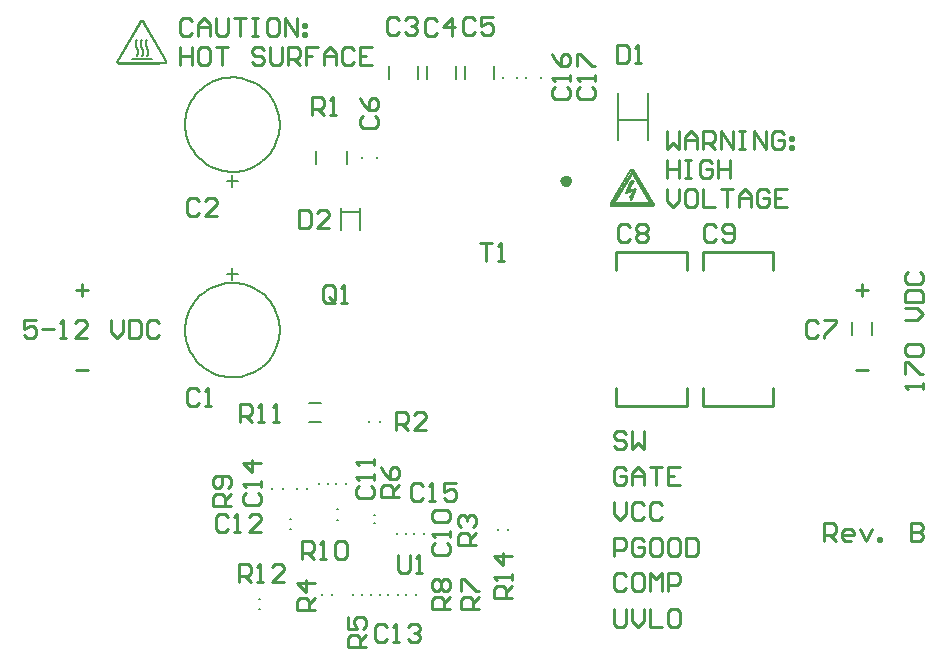
<source format=gto>
G04*
G04 #@! TF.GenerationSoftware,Altium Limited,Altium Designer,18.1.9 (240)*
G04*
G04 Layer_Color=65535*
%FSLAX25Y25*%
%MOIN*%
G70*
G01*
G75*
%ADD10C,0.00787*%
%ADD11C,0.02000*%
%ADD12C,0.01000*%
%ADD13C,0.00600*%
%ADD14C,0.00984*%
D10*
X48686Y203905D02*
X48678Y203871D01*
Y203871D02*
X48670Y203832D01*
X48670Y203832D02*
X48662Y203787D01*
X48662D02*
X48640Y203586D01*
X48638Y203522D01*
X48638D02*
X48638Y203479D01*
X48639Y203442D01*
X49525Y200627D02*
X49524Y200670D01*
X49509Y200393D02*
X49525Y200627D01*
X49499Y200332D02*
X49509Y200393D01*
X49491Y200287D02*
X49499Y200332D01*
X49484Y200254D02*
X49491Y200287D01*
X49476Y200219D02*
X49484Y200254D01*
X46988Y203905D02*
X46980Y203871D01*
Y203871D02*
X46972Y203832D01*
X46972Y203832D02*
X46964Y203787D01*
X46964D02*
X46942Y203586D01*
X46940Y203522D01*
X46940D02*
X46940Y203479D01*
X46941Y203442D01*
X47827Y200627D02*
X47826Y200670D01*
X47811Y200393D02*
X47827Y200627D01*
X47802Y200332D02*
X47811Y200393D01*
X47793Y200287D02*
X47802Y200332D01*
X47786Y200254D02*
X47793Y200287D01*
X47779Y200219D02*
X47786Y200254D01*
X45290Y203905D02*
X45282Y203871D01*
Y203871D02*
X45274Y203832D01*
X45274Y203832D02*
X45266Y203787D01*
X45266D02*
X45245Y203586D01*
X45245D02*
X45243Y203522D01*
X45243Y203479D01*
X45243Y203442D01*
X46129Y200627D02*
X46129Y200670D01*
X46113Y200393D02*
X46129Y200627D01*
X46104Y200332D02*
X46113Y200393D01*
X46095Y200287D02*
X46104Y200332D01*
X46088Y200254D02*
X46095Y200287D01*
X46081Y200219D02*
X46088Y200254D01*
X55300Y197510D02*
X55260Y197599D01*
X55317Y197418D02*
X55300Y197510D01*
X55314Y197336D02*
X55317Y197418D01*
X55297Y197259D02*
X55314Y197336D01*
X55278Y197209D02*
X55297Y197259D01*
X55260Y197176D02*
X55278Y197209D01*
X55116Y197029D02*
X55260Y197176D01*
X55061Y197000D02*
X55116Y197029D01*
X55019Y196984D02*
X55061Y197000D01*
X54975Y196973D02*
X55019Y196984D01*
X54892Y196964D02*
X54975Y196973D01*
X39529Y197142D02*
X39875Y196964D01*
X39507Y197176D02*
X39529Y197142D01*
X39467Y197266D02*
X39507Y197176D01*
X39450Y197358D02*
X39467Y197266D01*
X39453Y197439D02*
X39450Y197358D01*
X39470Y197516D02*
X39453Y197439D01*
X39490Y197566D02*
X39470Y197516D01*
X39507Y197599D02*
X39490Y197566D01*
X47160Y210753D02*
X47016Y210606D01*
X47215Y210783D02*
X47160Y210753D01*
X47258Y210799D02*
X47215Y210783D01*
X47301Y210810D02*
X47258Y210799D01*
X47384Y210818D02*
X47301Y210810D01*
X47729Y210640D02*
X47384Y210818D01*
X47751Y210606D02*
X47729Y210640D01*
X47392Y211030D02*
X47372Y211030D01*
X47410Y211030D02*
X47392Y211030D01*
X47428Y211029D02*
X47410Y211030D01*
X47445Y211028D02*
X47428Y211029D01*
X47462Y211026D02*
X47445Y211028D01*
X47478Y211023D02*
X47462Y211026D01*
X47495Y211021D02*
X47478Y211023D01*
X47512Y211017D02*
X47495Y211021D01*
X47529Y211013D02*
X47512Y211017D01*
X47547Y211009D02*
X47529Y211013D01*
X47566Y211003D02*
X47547Y211009D01*
X47586Y210997D02*
X47566Y211003D01*
X47607Y210989D02*
X47586Y210997D01*
X47631Y210980D02*
X47607Y210989D01*
X47660Y210966D02*
X47631Y210980D01*
X47770Y210899D02*
X47660Y210966D01*
X47809Y210868D02*
X47770Y210899D01*
X47831Y210847D02*
X47809Y210868D01*
X47849Y210830D02*
X47831Y210847D01*
X55449Y197715D02*
X55390Y197796D01*
X55466Y197684D02*
X55449Y197715D01*
X55477Y197662D02*
X55466Y197684D01*
X55485Y197643D02*
X55477Y197662D01*
X55492Y197626D02*
X55485Y197643D01*
X55497Y197610D02*
X55492Y197626D01*
X55502Y197596D02*
X55497Y197610D01*
X55506Y197581D02*
X55502Y197596D01*
X55510Y197567D02*
X55506Y197581D01*
X55513Y197554D02*
X55510Y197567D01*
X55516Y197540D02*
X55513Y197554D01*
X55519Y197527D02*
X55516Y197540D01*
X55521Y197514D02*
X55519Y197527D01*
X55523Y197502D02*
X55521Y197514D01*
X55524Y197489D02*
X55523Y197502D01*
X55526Y197476D02*
X55524Y197489D01*
X55527Y197462D02*
X55526Y197476D01*
X55528Y197448D02*
X55527Y197462D01*
X55528Y197434D02*
X55528Y197448D01*
X55529Y197420D02*
X55528Y197434D01*
X55529Y197404D02*
X55529Y197420D01*
X55528Y197389D02*
X55529Y197404D01*
X55527Y197372D02*
X55528Y197389D01*
X55526Y197354D02*
X55527Y197372D01*
X55524Y197335D02*
X55526Y197354D01*
X55521Y197314D02*
X55524Y197335D01*
X55517Y197290D02*
X55521Y197314D01*
X55511Y197261D02*
X55517Y197290D01*
X55472Y197141D02*
X55511Y197261D01*
X55453Y197098D02*
X55472Y197141D01*
X55439Y197072D02*
X55453Y197098D01*
X55427Y197051D02*
X55439Y197072D01*
X55415Y197033D02*
X55427Y197051D01*
X55405Y197017D02*
X55415Y197033D01*
X55394Y197002D02*
X55405Y197017D01*
X55384Y196989D02*
X55394Y197002D01*
X55375Y196976D02*
X55384Y196989D01*
X55365Y196965D02*
X55375Y196976D01*
X55356Y196954D02*
X55365Y196965D01*
X55346Y196943D02*
X55356Y196954D01*
X55337Y196933D02*
X55346Y196943D01*
X55327Y196923D02*
X55337Y196933D01*
X55318Y196914D02*
X55327Y196923D01*
X55308Y196905D02*
X55318Y196914D01*
X55299Y196897D02*
X55308Y196905D01*
X55289Y196888D02*
X55299Y196897D01*
X55278Y196879D02*
X55289Y196888D01*
X55267Y196871D02*
X55278Y196879D01*
X55256Y196862D02*
X55267Y196871D01*
X55244Y196854D02*
X55256Y196862D01*
X55231Y196845D02*
X55244Y196854D01*
X55218Y196837D02*
X55231Y196845D01*
X55204Y196829D02*
X55218Y196837D01*
X55188Y196820D02*
X55204Y196829D01*
X55171Y196811D02*
X55188Y196820D01*
X55150Y196801D02*
X55171Y196811D01*
X55036Y196766D02*
X55150Y196801D01*
X39911Y196743D02*
X39986Y196753D01*
X39871Y196743D02*
X39911Y196743D01*
X39845Y196744D02*
X39871Y196743D01*
X39825Y196745D02*
X39845Y196744D01*
X39805Y196748D02*
X39825Y196745D01*
X39789Y196750D02*
X39805Y196748D01*
X39772Y196753D02*
X39789Y196750D01*
X39757Y196756D02*
X39772Y196753D01*
X39742Y196760D02*
X39757Y196756D01*
X39728Y196763D02*
X39742Y196760D01*
X39714Y196767D02*
X39728Y196763D01*
X39701Y196771D02*
X39714Y196767D01*
X39687Y196776D02*
X39701Y196771D01*
X39674Y196781D02*
X39687Y196776D01*
X39661Y196786D02*
X39674Y196781D01*
X39648Y196791D02*
X39661Y196786D01*
X39635Y196797D02*
X39648Y196791D01*
X39621Y196804D02*
X39635Y196797D01*
X39607Y196811D02*
X39621Y196804D01*
X39593Y196818D02*
X39607Y196811D01*
X39578Y196826D02*
X39593Y196818D01*
X39563Y196835D02*
X39578Y196826D01*
X39546Y196846D02*
X39563Y196835D01*
X39529Y196858D02*
X39546Y196846D01*
X39510Y196871D02*
X39529Y196858D01*
X39489Y196888D02*
X39510Y196871D01*
X39374Y197005D02*
X39489Y196888D01*
X39351Y197036D02*
X39374Y197005D01*
X39336Y197058D02*
X39351Y197036D01*
X39324Y197078D02*
X39336Y197058D01*
X39314Y197096D02*
X39324Y197078D01*
X39305Y197112D02*
X39314Y197096D01*
X39297Y197127D02*
X39305Y197112D01*
X39290Y197142D02*
X39297Y197127D01*
X39284Y197157D02*
X39290Y197142D01*
X39278Y197171D02*
X39284Y197157D01*
X39273Y197184D02*
X39278Y197171D01*
X39268Y197197D02*
X39273Y197184D01*
X39263Y197211D02*
X39268Y197197D01*
X39259Y197224D02*
X39263Y197211D01*
X39255Y197238D02*
X39259Y197224D01*
X39251Y197251D02*
X39255Y197238D01*
X39248Y197265D02*
X39251Y197251D01*
X39245Y197279D02*
X39248Y197265D01*
X39242Y197293D02*
X39245Y197279D01*
X39240Y197307D02*
X39242Y197293D01*
X39238Y197321D02*
X39240Y197307D01*
X39236Y197336D02*
X39238Y197321D01*
X39235Y197352D02*
X39236Y197336D01*
X39234Y197368D02*
X39235Y197352D01*
X39233Y197386D02*
X39234Y197368D01*
X39233Y197407D02*
X39233Y197386D01*
X39234Y197432D02*
X39233Y197407D01*
X39253Y197542D02*
X39234Y197432D01*
X39263Y197574D02*
X39253Y197542D01*
X47150Y210986D02*
X47141Y210982D01*
X47160Y210990D02*
X47150Y210986D01*
X47171Y210995D02*
X47160Y210990D01*
X47184Y211000D02*
X47171Y210995D01*
X47201Y211005D02*
X47184Y211000D01*
X47272Y211022D02*
X47201Y211005D01*
X47298Y211026D02*
X47272Y211022D01*
X47315Y211028D02*
X47298Y211026D01*
X47329Y211029D02*
X47315Y211028D01*
X47341Y211029D02*
X47329Y211029D01*
X47351Y211030D02*
X47341Y211029D01*
X47362Y211030D02*
X47351Y211030D01*
X93307Y176378D02*
X93275Y177377D01*
X93180Y178372D01*
X93023Y179358D01*
X92802Y180333D01*
X92521Y181292D01*
X92179Y182231D01*
X91778Y183146D01*
X91321Y184035D01*
X90807Y184892D01*
X90241Y185715D01*
X89623Y186501D01*
X88956Y187245D01*
X88244Y187946D01*
X87489Y188601D01*
X86694Y189206D01*
X85862Y189759D01*
X84996Y190259D01*
X84101Y190703D01*
X83179Y191089D01*
X82235Y191416D01*
X81272Y191682D01*
X80294Y191887D01*
X79304Y192029D01*
X78308Y192108D01*
X77309Y192124D01*
X76311Y192076D01*
X75318Y191966D01*
X74334Y191792D01*
X73363Y191557D01*
X72408Y191260D01*
X71475Y190903D01*
X70566Y190488D01*
X69685Y190016D01*
X68836Y189489D01*
X68022Y188910D01*
X67246Y188279D01*
X66512Y187601D01*
X65823Y186878D01*
X65180Y186113D01*
X64588Y185308D01*
X64047Y184467D01*
X63562Y183594D01*
X63132Y182692D01*
X62761Y181764D01*
X62449Y180815D01*
X62198Y179847D01*
X62009Y178866D01*
X61882Y177875D01*
X61819Y176878D01*
Y175878D01*
X61882Y174881D01*
X62009Y173890D01*
X62198Y172908D01*
X62449Y171941D01*
X62761Y170992D01*
X63132Y170064D01*
X63562Y169162D01*
X64047Y168289D01*
X64588Y167448D01*
X65180Y166643D01*
X65823Y165878D01*
X66512Y165154D01*
X67246Y164476D01*
X68022Y163846D01*
X68836Y163267D01*
X69685Y162740D01*
X70566Y162268D01*
X71475Y161853D01*
X72408Y161496D01*
X73363Y161199D01*
X74334Y160964D01*
X75318Y160790D01*
X76311Y160679D01*
X77309Y160632D01*
X78308Y160648D01*
X79304Y160727D01*
X80294Y160869D01*
X81272Y161074D01*
X82235Y161340D01*
X83179Y161667D01*
X84101Y162053D01*
X84996Y162497D01*
X85862Y162996D01*
X86694Y163550D01*
X87489Y164155D01*
X88244Y164810D01*
X88956Y165510D01*
X89623Y166255D01*
X90241Y167041D01*
X90807Y167864D01*
X91321Y168721D01*
X91778Y169609D01*
X92179Y170525D01*
X92521Y171464D01*
X92802Y172423D01*
X93023Y173398D01*
X93180Y174384D01*
X93275Y175379D01*
X93307Y176378D01*
Y107874D02*
X93275Y108873D01*
X93180Y109868D01*
X93023Y110854D01*
X92802Y111829D01*
X92521Y112788D01*
X92179Y113727D01*
X91778Y114642D01*
X91321Y115531D01*
X90807Y116388D01*
X90241Y117211D01*
X89623Y117997D01*
X88956Y118741D01*
X88244Y119442D01*
X87489Y120097D01*
X86694Y120702D01*
X85862Y121256D01*
X84996Y121755D01*
X84101Y122199D01*
X83179Y122585D01*
X82235Y122912D01*
X81272Y123178D01*
X80294Y123383D01*
X79304Y123525D01*
X78308Y123604D01*
X77309Y123620D01*
X76311Y123573D01*
X75318Y123462D01*
X74334Y123288D01*
X73363Y123053D01*
X72408Y122756D01*
X71475Y122399D01*
X70566Y121984D01*
X69685Y121512D01*
X68836Y120985D01*
X68022Y120406D01*
X67246Y119776D01*
X66512Y119098D01*
X65823Y118374D01*
X65180Y117609D01*
X64588Y116804D01*
X64047Y115963D01*
X63562Y115090D01*
X63132Y114188D01*
X62761Y113260D01*
X62449Y112311D01*
X62198Y111344D01*
X62009Y110362D01*
X61882Y109371D01*
X61819Y108374D01*
Y107374D01*
X61882Y106377D01*
X62009Y105386D01*
X62198Y104405D01*
X62449Y103437D01*
X62761Y102488D01*
X63132Y101560D01*
X63562Y100658D01*
X64047Y99785D01*
X64588Y98944D01*
X65180Y98139D01*
X65823Y97374D01*
X66512Y96650D01*
X67246Y95972D01*
X68022Y95342D01*
X68836Y94763D01*
X69685Y94236D01*
X70566Y93764D01*
X71475Y93349D01*
X72408Y92992D01*
X73363Y92695D01*
X74334Y92460D01*
X75318Y92286D01*
X76311Y92176D01*
X77309Y92128D01*
X78308Y92144D01*
X79304Y92223D01*
X80294Y92365D01*
X81272Y92570D01*
X82235Y92836D01*
X83179Y93163D01*
X84101Y93549D01*
X84996Y93993D01*
X85862Y94493D01*
X86694Y95046D01*
X87489Y95651D01*
X88244Y96306D01*
X88956Y97007D01*
X89623Y97751D01*
X90241Y98537D01*
X90807Y99360D01*
X91321Y100217D01*
X91778Y101106D01*
X92179Y102021D01*
X92521Y102960D01*
X92802Y103919D01*
X93023Y104894D01*
X93180Y105880D01*
X93275Y106875D01*
X93307Y107874D01*
X180413Y191929D02*
Y192323D01*
X175492Y191929D02*
Y192323D01*
X172539Y191929D02*
Y192323D01*
X167618Y191929D02*
Y192323D01*
X86417Y18307D02*
X86811D01*
X86417Y14764D02*
X86811D01*
X125886Y165157D02*
Y165551D01*
X120571Y165157D02*
Y165551D01*
X44003Y198399D02*
X50765D01*
X49078Y204726D02*
X49083Y204733D01*
X49069Y204714D02*
X49078Y204726D01*
X49060Y204701D02*
X49069Y204714D01*
X49051Y204688D02*
X49060Y204701D01*
X49043Y204675D02*
X49051Y204688D01*
X49034Y204663D02*
X49043Y204675D01*
X49025Y204650D02*
X49034Y204663D01*
X49017Y204637D02*
X49025Y204650D01*
X49009Y204625D02*
X49017Y204637D01*
X49000Y204612D02*
X49009Y204625D01*
X48992Y204599D02*
X49000Y204612D01*
X48984Y204587D02*
X48992Y204599D01*
X48976Y204574D02*
X48984Y204587D01*
X48968Y204562D02*
X48976Y204574D01*
X48961Y204549D02*
X48968Y204562D01*
X48953Y204537D02*
X48961Y204549D01*
X48946Y204524D02*
X48953Y204537D01*
X48938Y204512D02*
X48946Y204524D01*
X48931Y204500D02*
X48938Y204512D01*
X48924Y204487D02*
X48931Y204500D01*
X48917Y204475D02*
X48924Y204487D01*
X48910Y204463D02*
X48917Y204475D01*
X48903Y204450D02*
X48910Y204463D01*
X48896Y204438D02*
X48903Y204450D01*
X48889Y204426D02*
X48896Y204438D01*
X48883Y204414D02*
X48889Y204426D01*
X48876Y204402D02*
X48883Y204414D01*
X48867Y204383D02*
X48876Y204402D01*
X48857Y204365D02*
X48867Y204383D01*
X48848Y204347D02*
X48857Y204365D01*
X48839Y204329D02*
X48848Y204347D01*
X48831Y204311D02*
X48839Y204329D01*
X48822Y204293D02*
X48831Y204311D01*
X48814Y204275D02*
X48822Y204293D01*
X48806Y204257D02*
X48814Y204275D01*
X48798Y204240D02*
X48806Y204257D01*
X48790Y204222D02*
X48798Y204240D01*
X48783Y204204D02*
X48790Y204222D01*
X48776Y204186D02*
X48783Y204204D01*
X48769Y204169D02*
X48776Y204186D01*
X48762Y204151D02*
X48769Y204169D01*
X48755Y204134D02*
X48762Y204151D01*
X48749Y204116D02*
X48755Y204134D01*
X48743Y204099D02*
X48749Y204116D01*
X48735Y204076D02*
X48743Y204099D01*
X48727Y204053D02*
X48735Y204076D01*
X48720Y204030D02*
X48727Y204053D01*
X48713Y204007D02*
X48720Y204030D01*
X48706Y203984D02*
X48713Y204007D01*
X48700Y203961D02*
X48706Y203984D01*
X48692Y203933D02*
X48700Y203961D01*
X48686Y203905D02*
X48692Y203933D01*
X48639Y203442D02*
X48640Y203411D01*
X48642Y203384D01*
X48644Y203358D01*
X48645Y203338D01*
X48647Y203317D01*
X48649Y203296D01*
X48652Y203275D01*
X48654Y203255D01*
X48657Y203239D01*
X48659Y203224D01*
X48661Y203208D01*
X48664Y203193D01*
X48666Y203178D01*
X48669Y203163D01*
X48672Y203147D01*
X48675Y203132D01*
X48678Y203117D01*
X48681Y203102D01*
X48684Y203087D01*
X48687Y203071D01*
X48691Y203056D01*
X48694Y203041D01*
X48697Y203031D01*
X48699Y203021D01*
X48702Y203011D01*
X48704Y203001D01*
X48707Y202991D01*
X48709Y202981D01*
X48712Y202971D01*
X48715Y202961D01*
X48717Y202951D01*
X48720Y202941D01*
X48723Y202931D01*
X48726Y202921D01*
X48729Y202911D01*
X48732Y202902D01*
X48735Y202892D01*
X48738Y202882D01*
X48741Y202872D01*
X48744Y202862D01*
X48747Y202852D01*
X48750Y202842D01*
X48753Y202832D01*
X48757Y202822D01*
X48760Y202813D01*
X48763Y202803D01*
X48766Y202793D01*
X48770Y202783D01*
X48773Y202773D01*
X48777Y202764D01*
X48780Y202754D01*
X48784Y202744D01*
X48787Y202734D01*
X48791Y202725D01*
X48794Y202715D01*
X48798Y202705D01*
X48802Y202695D01*
X48805Y202685D01*
X48809Y202676D01*
X48813Y202666D01*
X48816Y202656D01*
X48820Y202646D01*
X48824Y202637D01*
X48828Y202627D01*
X48832Y202617D01*
X48836Y202608D01*
X48840Y202598D01*
X48844Y202588D01*
X48847Y202579D01*
X48849Y202574D01*
X48851Y202569D01*
X48853Y202564D01*
X48855Y202559D01*
X48858Y202554D01*
X48860Y202550D01*
X48862Y202545D01*
X48864Y202540D01*
X48866Y202535D01*
X48868Y202530D01*
X48870Y202526D01*
X48872Y202521D01*
X48874Y202516D01*
X48876Y202511D01*
X48878Y202506D01*
X48880Y202502D01*
X48882Y202497D01*
X48884Y202492D01*
X48886Y202487D01*
X48888Y202482D01*
X48890Y202477D01*
X48893Y202473D01*
X48895Y202468D01*
X48897Y202463D01*
X48899Y202458D01*
X48901Y202453D01*
X48903Y202449D01*
X48905Y202444D01*
X48907Y202439D01*
X48909Y202434D01*
X48911Y202429D01*
X48914Y202425D01*
X48916Y202420D01*
X48918Y202415D01*
X48920Y202410D01*
X48922Y202405D01*
X48924Y202400D01*
X48927Y202396D01*
X48929Y202391D01*
X48931Y202386D01*
X48933Y202381D01*
X48935Y202377D01*
X48937Y202372D01*
X48940Y202367D01*
X48942Y202362D01*
X48944Y202357D01*
X48946Y202353D01*
X48948Y202348D01*
X48951Y202343D01*
X48953Y202338D01*
X48955Y202333D01*
X48957Y202329D01*
X48959Y202324D01*
X48962Y202319D01*
X48964Y202314D01*
X48966Y202310D01*
X48968Y202305D01*
X48971Y202300D01*
X48973Y202295D01*
X48975Y202290D01*
X48977Y202286D01*
X48980Y202281D01*
X48982Y202276D01*
X48984Y202271D01*
X48986Y202267D01*
X48989Y202262D01*
X48991Y202257D01*
X48993Y202252D01*
X48995Y202248D01*
X48998Y202243D01*
X49000Y202238D01*
X49002Y202233D01*
X49004Y202228D01*
X49007Y202224D01*
X49009Y202219D01*
X49011Y202214D01*
X49014Y202209D01*
X49016Y202204D01*
X49018Y202200D01*
X49020Y202195D01*
X49023Y202190D01*
X49025Y202185D01*
X49027Y202181D01*
X49029Y202176D01*
X49032Y202171D01*
X49034Y202166D01*
X49036Y202162D01*
X49039Y202157D01*
X49041Y202152D01*
X49043Y202147D01*
X49046Y202143D01*
X49048Y202138D01*
X49050Y202133D01*
X49052Y202128D01*
X49055Y202123D01*
X49057Y202119D01*
X49059Y202114D01*
X49062Y202109D01*
X49064Y202104D01*
X49066Y202100D01*
X49068Y202095D01*
X49071Y202090D01*
X49073Y202085D01*
X49075Y202080D01*
X49078Y202076D01*
X49080Y202071D01*
X49082Y202066D01*
X49084Y202061D01*
X49087Y202057D01*
X49089Y202052D01*
X49091Y202047D01*
X49094Y202042D01*
X49096Y202038D01*
X49098Y202033D01*
X49101Y202028D01*
X49103Y202023D01*
X49105Y202018D01*
X49108Y202014D01*
X49110Y202009D01*
X49112Y202004D01*
X49114Y201999D01*
X49117Y201995D01*
X49119Y201990D01*
X49121Y201985D01*
X49123Y201980D01*
X49126Y201976D01*
X49128Y201971D01*
X49130Y201966D01*
X49133Y201961D01*
X49135Y201957D01*
X49137Y201952D01*
X49139Y201947D01*
X49142Y201942D01*
X49144Y201937D01*
X49146Y201933D01*
X49149Y201928D01*
X49151Y201923D01*
X49153Y201918D01*
X49155Y201914D01*
X49158Y201909D01*
X49160Y201904D01*
X49162Y201899D01*
X49165Y201894D01*
X49167Y201890D01*
X49169Y201885D01*
X49171Y201880D01*
X49174Y201875D01*
X49176Y201871D01*
X49178Y201866D01*
X49180Y201861D01*
X49183Y201856D01*
X49185Y201851D01*
X49187Y201847D01*
X49189Y201842D01*
X49191Y201837D01*
X49194Y201832D01*
X49196Y201828D01*
X49198Y201823D01*
X49200Y201818D01*
X49203Y201813D01*
X49205Y201808D01*
X49207Y201803D01*
X49209Y201799D01*
X49211Y201794D01*
X49214Y201789D01*
X49216Y201784D01*
X49218Y201780D01*
X49220Y201775D01*
X49222Y201770D01*
X49225Y201765D01*
X49227Y201760D01*
X49229Y201756D01*
X49231Y201751D01*
X49233Y201746D01*
X49235Y201741D01*
X49238Y201736D01*
X49240Y201732D01*
X49242Y201727D01*
X49244Y201722D01*
X49246Y201717D01*
X49248Y201712D01*
X49251Y201708D01*
X49253Y201703D01*
X49255Y201698D01*
X49257Y201693D01*
X49259Y201688D01*
X49261Y201683D01*
X49263Y201679D01*
X49266Y201674D01*
X49268Y201669D01*
X49270Y201664D01*
X49272Y201659D01*
X49274Y201655D01*
X49276Y201650D01*
X49278Y201645D01*
X49280Y201640D01*
X49282Y201635D01*
X49284Y201630D01*
X49286Y201626D01*
X49288Y201621D01*
X49290Y201616D01*
X49292Y201611D01*
X49295Y201606D01*
X49297Y201602D01*
X49299Y201597D01*
X49301Y201592D01*
X49303Y201587D01*
X49305Y201582D01*
X49307Y201577D01*
X49309Y201572D01*
X49311Y201568D01*
X49315Y201558D01*
X49319Y201548D01*
X49323Y201538D01*
X49327Y201529D01*
X49330Y201519D01*
X49334Y201509D01*
X49338Y201500D01*
X49342Y201490D01*
X49346Y201480D01*
X49349Y201470D01*
X49353Y201461D01*
X49357Y201451D01*
X49361Y201441D01*
X49364Y201431D01*
X49368Y201421D01*
X49371Y201412D01*
X49375Y201402D01*
X49379Y201392D01*
X49382Y201382D01*
X49386Y201372D01*
X49389Y201363D01*
X49392Y201353D01*
X49396Y201343D01*
X49399Y201333D01*
X49402Y201323D01*
X49406Y201313D01*
X49409Y201303D01*
X49412Y201293D01*
X49415Y201284D01*
X49418Y201274D01*
X49422Y201264D01*
X49425Y201254D01*
X49428Y201244D01*
X49431Y201234D01*
X49433Y201224D01*
X49436Y201214D01*
X49439Y201204D01*
X49442Y201194D01*
X49445Y201184D01*
X49448Y201174D01*
X49450Y201164D01*
X49453Y201154D01*
X49456Y201144D01*
X49458Y201134D01*
X49461Y201124D01*
X49463Y201114D01*
X49466Y201104D01*
X49469Y201089D01*
X49473Y201074D01*
X49476Y201058D01*
X49480Y201043D01*
X49483Y201028D01*
X49486Y201013D01*
X49489Y200997D01*
X49492Y200982D01*
X49494Y200967D01*
X49497Y200951D01*
X49500Y200936D01*
X49502Y200921D01*
X49505Y200905D01*
X49507Y200889D01*
X49509Y200869D01*
X49512Y200848D01*
X49514Y200827D01*
X49516Y200806D01*
X49518Y200785D01*
X49520Y200759D01*
X49522Y200733D01*
X49523Y200701D01*
X49524Y200670D01*
X49469Y200191D02*
X49476Y200219D01*
X49462Y200163D02*
X49469Y200191D01*
X49456Y200140D02*
X49462Y200163D01*
X49449Y200117D02*
X49456Y200140D01*
X49442Y200094D02*
X49449Y200117D01*
X49435Y200070D02*
X49442Y200094D01*
X49427Y200047D02*
X49435Y200070D01*
X49421Y200029D02*
X49427Y200047D01*
X49415Y200012D02*
X49421Y200029D01*
X49408Y199994D02*
X49415Y200012D01*
X49402Y199977D02*
X49408Y199994D01*
X49395Y199959D02*
X49402Y199977D01*
X49388Y199941D02*
X49395Y199959D01*
X49381Y199923D02*
X49388Y199941D01*
X49373Y199906D02*
X49381Y199923D01*
X49366Y199888D02*
X49373Y199906D01*
X49358Y199870D02*
X49366Y199888D01*
X49350Y199852D02*
X49358Y199870D01*
X49342Y199834D02*
X49350Y199852D01*
X49333Y199816D02*
X49342Y199834D01*
X49325Y199797D02*
X49333Y199816D01*
X49316Y199779D02*
X49325Y199797D01*
X49306Y199761D02*
X49316Y199779D01*
X49297Y199743D02*
X49306Y199761D01*
X49291Y199730D02*
X49297Y199743D01*
X49284Y199718D02*
X49291Y199730D01*
X49278Y199706D02*
X49284Y199718D01*
X49271Y199694D02*
X49278Y199706D01*
X49264Y199681D02*
X49271Y199694D01*
X49258Y199669D02*
X49264Y199681D01*
X49251Y199656D02*
X49258Y199669D01*
X49244Y199644D02*
X49251Y199656D01*
X49237Y199632D02*
X49244Y199644D01*
X49229Y199619D02*
X49237Y199632D01*
X49222Y199607D02*
X49229Y199619D01*
X49215Y199594D02*
X49222Y199607D01*
X49207Y199582D02*
X49215Y199594D01*
X49199Y199569D02*
X49207Y199582D01*
X49192Y199556D02*
X49199Y199569D01*
X49184Y199544D02*
X49192Y199556D01*
X49176Y199531D02*
X49184Y199544D01*
X49168Y199518D02*
X49176Y199531D01*
X49160Y199506D02*
X49168Y199518D01*
X49151Y199493D02*
X49160Y199506D01*
X49143Y199480D02*
X49151Y199493D01*
X49134Y199468D02*
X49143Y199480D01*
X49126Y199455D02*
X49134Y199468D01*
X49117Y199442D02*
X49126Y199455D01*
X49108Y199429D02*
X49117Y199442D01*
X49095Y199410D02*
X49108Y199429D01*
X47381Y204726D02*
X47385Y204733D01*
X47371Y204714D02*
X47381Y204726D01*
X47362Y204701D02*
X47371Y204714D01*
X47354Y204688D02*
X47362Y204701D01*
X47345Y204675D02*
X47354Y204688D01*
X47336Y204663D02*
X47345Y204675D01*
X47328Y204650D02*
X47336Y204663D01*
X47319Y204637D02*
X47328Y204650D01*
X47311Y204625D02*
X47319Y204637D01*
X47302Y204612D02*
X47311Y204625D01*
X47294Y204599D02*
X47302Y204612D01*
X47286Y204587D02*
X47294Y204599D01*
X47278Y204574D02*
X47286Y204587D01*
X47271Y204562D02*
X47278Y204574D01*
X47263Y204549D02*
X47271Y204562D01*
X47255Y204537D02*
X47263Y204549D01*
X47248Y204524D02*
X47255Y204537D01*
X47240Y204512D02*
X47248Y204524D01*
X47233Y204500D02*
X47240Y204512D01*
X47226Y204487D02*
X47233Y204500D01*
X47219Y204475D02*
X47226Y204487D01*
X47212Y204463D02*
X47219Y204475D01*
X47205Y204450D02*
X47212Y204463D01*
X47198Y204438D02*
X47205Y204450D01*
X47191Y204426D02*
X47198Y204438D01*
X47185Y204414D02*
X47191Y204426D01*
X47178Y204402D02*
X47185Y204414D01*
X47169Y204383D02*
X47178Y204402D01*
X47159Y204365D02*
X47169Y204383D01*
X47150Y204347D02*
X47159Y204365D01*
X47141Y204329D02*
X47150Y204347D01*
X47133Y204311D02*
X47141Y204329D01*
X47124Y204293D02*
X47133Y204311D01*
X47116Y204275D02*
X47124Y204293D01*
X47108Y204257D02*
X47116Y204275D01*
X47100Y204240D02*
X47108Y204257D01*
X47093Y204222D02*
X47100Y204240D01*
X47085Y204204D02*
X47093Y204222D01*
X47078Y204186D02*
X47085Y204204D01*
X47071Y204169D02*
X47078Y204186D01*
X47064Y204151D02*
X47071Y204169D01*
X47057Y204134D02*
X47064Y204151D01*
X47051Y204116D02*
X47057Y204134D01*
X47045Y204099D02*
X47051Y204116D01*
X47037Y204076D02*
X47045Y204099D01*
X47029Y204053D02*
X47037Y204076D01*
X47022Y204030D02*
X47029Y204053D01*
X47015Y204007D02*
X47022Y204030D01*
X47008Y203984D02*
X47015Y204007D01*
X47002Y203961D02*
X47008Y203984D01*
X46995Y203933D02*
X47002Y203961D01*
X46988Y203905D02*
X46995Y203933D01*
X46941Y203442D02*
X46942Y203411D01*
X46944Y203384D01*
X46946Y203358D01*
X46948Y203338D01*
X46949Y203317D01*
X46952Y203296D01*
X46954Y203275D01*
X46957Y203255D01*
X46959Y203239D01*
X46961Y203224D01*
X46963Y203208D01*
X46966Y203193D01*
X46968Y203178D01*
X46971Y203163D01*
X46974Y203147D01*
X46977Y203132D01*
X46980Y203117D01*
X46983Y203102D01*
X46986Y203087D01*
X46990Y203071D01*
X46993Y203056D01*
X46996Y203041D01*
X46999Y203031D01*
X47001Y203021D01*
X47004Y203011D01*
X47006Y203001D01*
X47009Y202991D01*
X47012Y202981D01*
X47014Y202971D01*
X47017Y202961D01*
X47020Y202951D01*
X47022Y202941D01*
X47025Y202931D01*
X47028Y202921D01*
X47031Y202911D01*
X47034Y202902D01*
X47037Y202892D01*
X47040Y202882D01*
X47043Y202872D01*
X47046Y202862D01*
X47049Y202852D01*
X47052Y202842D01*
X47056Y202832D01*
X47059Y202822D01*
X47062Y202813D01*
X47065Y202803D01*
X47069Y202793D01*
X47072Y202783D01*
X47076Y202773D01*
X47079Y202764D01*
X47082Y202754D01*
X47086Y202744D01*
X47089Y202734D01*
X47093Y202725D01*
X47096Y202715D01*
X47100Y202705D01*
X47104Y202695D01*
X47107Y202685D01*
X47111Y202676D01*
X47115Y202666D01*
X47119Y202656D01*
X47122Y202646D01*
X47126Y202637D01*
X47130Y202627D01*
X47134Y202617D01*
X47138Y202608D01*
X47142Y202598D01*
X47146Y202588D01*
X47150Y202579D01*
X47152Y202574D01*
X47154Y202569D01*
X47156Y202564D01*
X47158Y202559D01*
X47160Y202554D01*
X47162Y202550D01*
X47164Y202545D01*
X47166Y202540D01*
X47168Y202535D01*
X47170Y202530D01*
X47172Y202526D01*
X47174Y202521D01*
X47176Y202516D01*
X47178Y202511D01*
X47180Y202506D01*
X47182Y202502D01*
X47184Y202497D01*
X47186Y202492D01*
X47188Y202487D01*
X47190Y202482D01*
X47192Y202477D01*
X47195Y202473D01*
X47197Y202468D01*
X47199Y202463D01*
X47201Y202458D01*
X47203Y202453D01*
X47205Y202449D01*
X47207Y202444D01*
X47210Y202439D01*
X47212Y202434D01*
X47214Y202429D01*
X47216Y202425D01*
X47218Y202420D01*
X47220Y202415D01*
X47222Y202410D01*
X47225Y202405D01*
X47227Y202400D01*
X47229Y202396D01*
X47231Y202391D01*
X47233Y202386D01*
X47235Y202381D01*
X47238Y202377D01*
X47240Y202372D01*
X47242Y202367D01*
X47244Y202362D01*
X47246Y202357D01*
X47249Y202353D01*
X47251Y202348D01*
X47253Y202343D01*
X47255Y202338D01*
X47257Y202333D01*
X47260Y202329D01*
X47262Y202324D01*
X47264Y202319D01*
X47266Y202314D01*
X47268Y202310D01*
X47271Y202305D01*
X47273Y202300D01*
X47275Y202295D01*
X47277Y202290D01*
X47280Y202286D01*
X47282Y202281D01*
X47284Y202276D01*
X47286Y202271D01*
X47289Y202267D01*
X47291Y202262D01*
X47293Y202257D01*
X47295Y202252D01*
X47298Y202248D01*
X47300Y202243D01*
X47302Y202238D01*
X47304Y202233D01*
X47307Y202228D01*
X47309Y202224D01*
X47311Y202219D01*
X47313Y202214D01*
X47316Y202209D01*
X47318Y202204D01*
X47320Y202200D01*
X47322Y202195D01*
X47325Y202190D01*
X47327Y202185D01*
X47329Y202181D01*
X47332Y202176D01*
X47334Y202171D01*
X47336Y202166D01*
X47339Y202162D01*
X47341Y202157D01*
X47343Y202152D01*
X47345Y202147D01*
X47348Y202143D01*
X47350Y202138D01*
X47352Y202133D01*
X47355Y202128D01*
X47357Y202123D01*
X47359Y202119D01*
X47361Y202114D01*
X47364Y202109D01*
X47366Y202104D01*
X47368Y202100D01*
X47371Y202095D01*
X47373Y202090D01*
X47375Y202085D01*
X47377Y202080D01*
X47380Y202076D01*
X47382Y202071D01*
X47384Y202066D01*
X47387Y202061D01*
X47389Y202057D01*
X47391Y202052D01*
X47394Y202047D01*
X47396Y202042D01*
X47398Y202038D01*
X47401Y202033D01*
X47403Y202028D01*
X47405Y202023D01*
X47407Y202018D01*
X47410Y202014D01*
X47412Y202009D01*
X47414Y202004D01*
X47416Y201999D01*
X47419Y201995D01*
X47421Y201990D01*
X47423Y201985D01*
X47426Y201980D01*
X47428Y201976D01*
X47430Y201971D01*
X47433Y201966D01*
X47435Y201961D01*
X47437Y201957D01*
X47439Y201952D01*
X47442Y201947D01*
X47444Y201942D01*
X47446Y201937D01*
X47449Y201933D01*
X47451Y201928D01*
X47453Y201923D01*
X47455Y201918D01*
X47458Y201914D01*
X47460Y201909D01*
X47462Y201904D01*
X47464Y201899D01*
X47467Y201894D01*
X47469Y201890D01*
X47471Y201885D01*
X47473Y201880D01*
X47476Y201875D01*
X47478Y201871D01*
X47480Y201866D01*
X47482Y201861D01*
X47485Y201856D01*
X47487Y201851D01*
X47489Y201847D01*
X47491Y201842D01*
X47494Y201837D01*
X47496Y201832D01*
X47498Y201828D01*
X47500Y201823D01*
X47503Y201818D01*
X47505Y201813D01*
X47507Y201808D01*
X47509Y201803D01*
X47511Y201799D01*
X47514Y201794D01*
X47516Y201789D01*
X47518Y201784D01*
X47520Y201780D01*
X47522Y201775D01*
X47525Y201770D01*
X47527Y201765D01*
X47529Y201760D01*
X47531Y201756D01*
X47533Y201751D01*
X47535Y201746D01*
X47538Y201741D01*
X47540Y201736D01*
X47542Y201732D01*
X47544Y201727D01*
X47546Y201722D01*
X47548Y201717D01*
X47551Y201712D01*
X47553Y201708D01*
X47555Y201703D01*
X47557Y201698D01*
X47559Y201693D01*
X47561Y201688D01*
X47563Y201683D01*
X47566Y201679D01*
X47568Y201674D01*
X47570Y201669D01*
X47572Y201664D01*
X47574Y201659D01*
X47576Y201655D01*
X47578Y201650D01*
X47580Y201645D01*
X47582Y201640D01*
X47584Y201635D01*
X47587Y201630D01*
X47589Y201626D01*
X47591Y201621D01*
X47593Y201616D01*
X47595Y201611D01*
X47597Y201606D01*
X47599Y201602D01*
X47601Y201597D01*
X47603Y201592D01*
X47605Y201587D01*
X47607Y201582D01*
X47609Y201577D01*
X47611Y201572D01*
X47613Y201568D01*
X47617Y201558D01*
X47621Y201548D01*
X47625Y201538D01*
X47629Y201529D01*
X47633Y201519D01*
X47637Y201509D01*
X47640Y201500D01*
X47644Y201490D01*
X47648Y201480D01*
X47652Y201470D01*
X47655Y201461D01*
X47659Y201451D01*
X47663Y201441D01*
X47666Y201431D01*
X47670Y201421D01*
X47674Y201412D01*
X47677Y201402D01*
X47681Y201392D01*
X47684Y201382D01*
X47688Y201372D01*
X47691Y201363D01*
X47695Y201353D01*
X47698Y201343D01*
X47701Y201333D01*
X47705Y201323D01*
X47708Y201313D01*
X47711Y201303D01*
X47714Y201293D01*
X47717Y201284D01*
X47721Y201274D01*
X47724Y201264D01*
X47727Y201254D01*
X47730Y201244D01*
X47733Y201234D01*
X47736Y201224D01*
X47739Y201214D01*
X47741Y201204D01*
X47744Y201194D01*
X47747Y201184D01*
X47750Y201174D01*
X47753Y201164D01*
X47755Y201154D01*
X47758Y201144D01*
X47760Y201134D01*
X47763Y201124D01*
X47765Y201114D01*
X47768Y201104D01*
X47772Y201089D01*
X47775Y201074D01*
X47778Y201058D01*
X47782Y201043D01*
X47785Y201028D01*
X47788Y201013D01*
X47791Y200997D01*
X47794Y200982D01*
X47797Y200967D01*
X47799Y200951D01*
X47802Y200936D01*
X47804Y200921D01*
X47807Y200905D01*
X47809Y200889D01*
X47812Y200869D01*
X47814Y200848D01*
X47817Y200827D01*
X47819Y200806D01*
X47820Y200785D01*
X47822Y200759D01*
X47824Y200733D01*
X47826Y200701D01*
X47826Y200670D01*
X47772Y200191D02*
X47779Y200219D01*
X47764Y200163D02*
X47772Y200191D01*
X47758Y200140D02*
X47764Y200163D01*
X47751Y200117D02*
X47758Y200140D01*
X47744Y200094D02*
X47751Y200117D01*
X47737Y200070D02*
X47744Y200094D01*
X47729Y200047D02*
X47737Y200070D01*
X47723Y200029D02*
X47729Y200047D01*
X47717Y200012D02*
X47723Y200029D01*
X47710Y199994D02*
X47717Y200012D01*
X47704Y199977D02*
X47710Y199994D01*
X47697Y199959D02*
X47704Y199977D01*
X47690Y199941D02*
X47697Y199959D01*
X47683Y199923D02*
X47690Y199941D01*
X47675Y199906D02*
X47683Y199923D01*
X47668Y199888D02*
X47675Y199906D01*
X47660Y199870D02*
X47668Y199888D01*
X47652Y199852D02*
X47660Y199870D01*
X47644Y199834D02*
X47652Y199852D01*
X47635Y199816D02*
X47644Y199834D01*
X47627Y199797D02*
X47635Y199816D01*
X47618Y199779D02*
X47627Y199797D01*
X47609Y199761D02*
X47618Y199779D01*
X47599Y199743D02*
X47609Y199761D01*
X47593Y199730D02*
X47599Y199743D01*
X47587Y199718D02*
X47593Y199730D01*
X47580Y199706D02*
X47587Y199718D01*
X47573Y199694D02*
X47580Y199706D01*
X47567Y199681D02*
X47573Y199694D01*
X47560Y199669D02*
X47567Y199681D01*
X47553Y199656D02*
X47560Y199669D01*
X47546Y199644D02*
X47553Y199656D01*
X47539Y199632D02*
X47546Y199644D01*
X47532Y199619D02*
X47539Y199632D01*
X47524Y199607D02*
X47532Y199619D01*
X47517Y199594D02*
X47524Y199607D01*
X47509Y199582D02*
X47517Y199594D01*
X47502Y199569D02*
X47509Y199582D01*
X47494Y199556D02*
X47502Y199569D01*
X47486Y199544D02*
X47494Y199556D01*
X47478Y199531D02*
X47486Y199544D01*
X47470Y199518D02*
X47478Y199531D01*
X47462Y199506D02*
X47470Y199518D01*
X47454Y199493D02*
X47462Y199506D01*
X47445Y199480D02*
X47454Y199493D01*
X47437Y199468D02*
X47445Y199480D01*
X47428Y199455D02*
X47437Y199468D01*
X47419Y199442D02*
X47428Y199455D01*
X47411Y199429D02*
X47419Y199442D01*
X47397Y199410D02*
X47411Y199429D01*
X45683Y204726D02*
X45687Y204733D01*
X45674Y204714D02*
X45683Y204726D01*
X45665Y204701D02*
X45674Y204714D01*
X45656Y204688D02*
X45665Y204701D01*
X45647Y204675D02*
X45656Y204688D01*
X45638Y204663D02*
X45647Y204675D01*
X45630Y204650D02*
X45638Y204663D01*
X45621Y204637D02*
X45630Y204650D01*
X45613Y204625D02*
X45621Y204637D01*
X45605Y204612D02*
X45613Y204625D01*
X45597Y204599D02*
X45605Y204612D01*
X45589Y204587D02*
X45597Y204599D01*
X45581Y204574D02*
X45589Y204587D01*
X45573Y204562D02*
X45581Y204574D01*
X45565Y204549D02*
X45573Y204562D01*
X45557Y204537D02*
X45565Y204549D01*
X45550Y204524D02*
X45557Y204537D01*
X45543Y204512D02*
X45550Y204524D01*
X45535Y204500D02*
X45543Y204512D01*
X45528Y204487D02*
X45535Y204500D01*
X45521Y204475D02*
X45528Y204487D01*
X45514Y204463D02*
X45521Y204475D01*
X45507Y204450D02*
X45514Y204463D01*
X45500Y204438D02*
X45507Y204450D01*
X45494Y204426D02*
X45500Y204438D01*
X45487Y204414D02*
X45494Y204426D01*
X45481Y204402D02*
X45487Y204414D01*
X45471Y204383D02*
X45481Y204402D01*
X45462Y204365D02*
X45471Y204383D01*
X45452Y204347D02*
X45462Y204365D01*
X45444Y204329D02*
X45452Y204347D01*
X45435Y204311D02*
X45444Y204329D01*
X45426Y204293D02*
X45435Y204311D01*
X45418Y204275D02*
X45426Y204293D01*
X45410Y204257D02*
X45418Y204275D01*
X45402Y204240D02*
X45410Y204257D01*
X45395Y204222D02*
X45402Y204240D01*
X45387Y204204D02*
X45395Y204222D01*
X45380Y204186D02*
X45387Y204204D01*
X45373Y204169D02*
X45380Y204186D01*
X45366Y204151D02*
X45373Y204169D01*
X45360Y204134D02*
X45366Y204151D01*
X45353Y204116D02*
X45360Y204134D01*
X45347Y204099D02*
X45353Y204116D01*
X45339Y204076D02*
X45347Y204099D01*
X45331Y204053D02*
X45339Y204076D01*
X45324Y204030D02*
X45331Y204053D01*
X45317Y204007D02*
X45324Y204030D01*
X45311Y203984D02*
X45317Y204007D01*
X45304Y203961D02*
X45311Y203984D01*
X45297Y203933D02*
X45304Y203961D01*
X45290Y203905D02*
X45297Y203933D01*
X45243Y203442D02*
X45245Y203411D01*
X45246Y203384D01*
X45248Y203358D01*
X45250Y203338D01*
X45252Y203317D01*
X45254Y203296D01*
X45256Y203275D01*
X45259Y203255D01*
X45261Y203239D01*
X45263Y203224D01*
X45266Y203208D01*
X45268Y203193D01*
X45271Y203178D01*
X45273Y203163D01*
X45276Y203147D01*
X45279Y203132D01*
X45282Y203117D01*
X45285Y203102D01*
X45288Y203087D01*
X45292Y203071D01*
X45295Y203056D01*
X45299Y203041D01*
X45301Y203031D01*
X45303Y203021D01*
X45306Y203011D01*
X45309Y203001D01*
X45311Y202991D01*
X45314Y202981D01*
X45316Y202971D01*
X45319Y202961D01*
X45322Y202951D01*
X45325Y202941D01*
X45327Y202931D01*
X45330Y202921D01*
X45333Y202911D01*
X45336Y202902D01*
X45339Y202892D01*
X45342Y202882D01*
X45345Y202872D01*
X45348Y202862D01*
X45351Y202852D01*
X45355Y202842D01*
X45358Y202832D01*
X45361Y202822D01*
X45364Y202813D01*
X45368Y202803D01*
X45371Y202793D01*
X45374Y202783D01*
X45378Y202773D01*
X45381Y202764D01*
X45385Y202754D01*
X45388Y202744D01*
X45392Y202734D01*
X45395Y202725D01*
X45399Y202715D01*
X45402Y202705D01*
X45406Y202695D01*
X45410Y202685D01*
X45413Y202676D01*
X45417Y202666D01*
X45421Y202656D01*
X45425Y202646D01*
X45428Y202637D01*
X45432Y202627D01*
X45436Y202617D01*
X45440Y202608D01*
X45444Y202598D01*
X45448Y202588D01*
X45452Y202579D01*
X45454Y202574D01*
X45456Y202569D01*
X45458Y202564D01*
X45460Y202559D01*
X45462Y202554D01*
X45464Y202550D01*
X45466Y202545D01*
X45468Y202540D01*
X45470Y202535D01*
X45472Y202530D01*
X45474Y202526D01*
X45476Y202521D01*
X45478Y202516D01*
X45480Y202511D01*
X45482Y202506D01*
X45484Y202502D01*
X45486Y202497D01*
X45489Y202492D01*
X45491Y202487D01*
X45493Y202482D01*
X45495Y202477D01*
X45497Y202473D01*
X45499Y202468D01*
X45501Y202463D01*
X45503Y202458D01*
X45505Y202453D01*
X45507Y202449D01*
X45509Y202444D01*
X45512Y202439D01*
X45514Y202434D01*
X45516Y202429D01*
X45518Y202425D01*
X45520Y202420D01*
X45522Y202415D01*
X45524Y202410D01*
X45527Y202405D01*
X45529Y202400D01*
X45531Y202396D01*
X45533Y202391D01*
X45535Y202386D01*
X45537Y202381D01*
X45540Y202377D01*
X45542Y202372D01*
X45544Y202367D01*
X45546Y202362D01*
X45548Y202357D01*
X45551Y202353D01*
X45553Y202348D01*
X45555Y202343D01*
X45557Y202338D01*
X45559Y202333D01*
X45562Y202329D01*
X45564Y202324D01*
X45566Y202319D01*
X45568Y202314D01*
X45571Y202310D01*
X45573Y202305D01*
X45575Y202300D01*
X45577Y202295D01*
X45579Y202290D01*
X45582Y202286D01*
X45584Y202281D01*
X45586Y202276D01*
X45588Y202271D01*
X45591Y202267D01*
X45593Y202262D01*
X45595Y202257D01*
X45597Y202252D01*
X45600Y202248D01*
X45602Y202243D01*
X45604Y202238D01*
X45607Y202233D01*
X45609Y202228D01*
X45611Y202224D01*
X45613Y202219D01*
X45616Y202214D01*
X45618Y202209D01*
X45620Y202204D01*
X45623Y202200D01*
X45625Y202195D01*
X45627Y202190D01*
X45629Y202185D01*
X45632Y202181D01*
X45634Y202176D01*
X45636Y202171D01*
X45638Y202166D01*
X45641Y202162D01*
X45643Y202157D01*
X45645Y202152D01*
X45648Y202147D01*
X45650Y202143D01*
X45652Y202138D01*
X45654Y202133D01*
X45657Y202128D01*
X45659Y202123D01*
X45661Y202119D01*
X45664Y202114D01*
X45666Y202109D01*
X45668Y202104D01*
X45671Y202100D01*
X45673Y202095D01*
X45675Y202090D01*
X45677Y202085D01*
X45680Y202080D01*
X45682Y202076D01*
X45684Y202071D01*
X45687Y202066D01*
X45689Y202061D01*
X45691Y202057D01*
X45693Y202052D01*
X45696Y202047D01*
X45698Y202042D01*
X45700Y202038D01*
X45703Y202033D01*
X45705Y202028D01*
X45707Y202023D01*
X45710Y202018D01*
X45712Y202014D01*
X45714Y202009D01*
X45716Y202004D01*
X45719Y201999D01*
X45721Y201995D01*
X45723Y201990D01*
X45726Y201985D01*
X45728Y201980D01*
X45730Y201976D01*
X45733Y201971D01*
X45735Y201966D01*
X45737Y201961D01*
X45739Y201957D01*
X45742Y201952D01*
X45744Y201947D01*
X45746Y201942D01*
X45748Y201937D01*
X45751Y201933D01*
X45753Y201928D01*
X45755Y201923D01*
X45757Y201918D01*
X45760Y201914D01*
X45762Y201909D01*
X45764Y201904D01*
X45767Y201899D01*
X45769Y201894D01*
X45771Y201890D01*
X45773Y201885D01*
X45776Y201880D01*
X45778Y201875D01*
X45780Y201871D01*
X45782Y201866D01*
X45785Y201861D01*
X45787Y201856D01*
X45789Y201851D01*
X45791Y201847D01*
X45794Y201842D01*
X45796Y201837D01*
X45798Y201832D01*
X45800Y201828D01*
X45803Y201823D01*
X45805Y201818D01*
X45807Y201813D01*
X45809Y201808D01*
X45811Y201803D01*
X45814Y201799D01*
X45816Y201794D01*
X45818Y201789D01*
X45820Y201784D01*
X45822Y201780D01*
X45825Y201775D01*
X45827Y201770D01*
X45829Y201765D01*
X45831Y201760D01*
X45833Y201756D01*
X45836Y201751D01*
X45838Y201746D01*
X45840Y201741D01*
X45842Y201736D01*
X45844Y201732D01*
X45846Y201727D01*
X45849Y201722D01*
X45851Y201717D01*
X45853Y201712D01*
X45855Y201708D01*
X45857Y201703D01*
X45859Y201698D01*
X45861Y201693D01*
X45864Y201688D01*
X45866Y201683D01*
X45868Y201679D01*
X45870Y201674D01*
X45872Y201669D01*
X45874Y201664D01*
X45876Y201659D01*
X45878Y201655D01*
X45880Y201650D01*
X45882Y201645D01*
X45885Y201640D01*
X45887Y201635D01*
X45889Y201630D01*
X45891Y201626D01*
X45893Y201621D01*
X45895Y201616D01*
X45897Y201611D01*
X45899Y201606D01*
X45901Y201602D01*
X45903Y201597D01*
X45905Y201592D01*
X45907Y201587D01*
X45909Y201582D01*
X45911Y201577D01*
X45913Y201572D01*
X45915Y201568D01*
X45919Y201558D01*
X45923Y201548D01*
X45927Y201538D01*
X45931Y201529D01*
X45935Y201519D01*
X45939Y201509D01*
X45943Y201500D01*
X45946Y201490D01*
X45950Y201480D01*
X45954Y201470D01*
X45958Y201461D01*
X45961Y201451D01*
X45965Y201441D01*
X45969Y201431D01*
X45972Y201421D01*
X45976Y201412D01*
X45979Y201402D01*
X45983Y201392D01*
X45987Y201382D01*
X45990Y201372D01*
X45993Y201363D01*
X45997Y201353D01*
X46000Y201343D01*
X46003Y201333D01*
X46007Y201323D01*
X46010Y201313D01*
X46013Y201303D01*
X46016Y201293D01*
X46020Y201284D01*
X46023Y201274D01*
X46026Y201264D01*
X46029Y201254D01*
X46032Y201244D01*
X46035Y201234D01*
X46038Y201224D01*
X46041Y201214D01*
X46044Y201204D01*
X46047Y201194D01*
X46049Y201184D01*
X46052Y201174D01*
X46055Y201164D01*
X46058Y201154D01*
X46060Y201144D01*
X46063Y201134D01*
X46065Y201124D01*
X46068Y201114D01*
X46070Y201104D01*
X46074Y201089D01*
X46077Y201074D01*
X46081Y201058D01*
X46084Y201043D01*
X46087Y201028D01*
X46090Y201013D01*
X46093Y200997D01*
X46096Y200982D01*
X46099Y200967D01*
X46102Y200951D01*
X46104Y200936D01*
X46107Y200921D01*
X46109Y200905D01*
X46111Y200889D01*
X46114Y200869D01*
X46116Y200848D01*
X46119Y200827D01*
X46121Y200806D01*
X46123Y200785D01*
X46125Y200759D01*
X46126Y200733D01*
X46128Y200701D01*
X46129Y200670D01*
X46074Y200191D02*
X46081Y200219D01*
X46066Y200163D02*
X46074Y200191D01*
X46060Y200140D02*
X46066Y200163D01*
X46053Y200117D02*
X46060Y200140D01*
X46046Y200094D02*
X46053Y200117D01*
X46039Y200070D02*
X46046Y200094D01*
X46031Y200047D02*
X46039Y200070D01*
X46025Y200029D02*
X46031Y200047D01*
X46019Y200012D02*
X46025Y200029D01*
X46013Y199994D02*
X46019Y200012D01*
X46006Y199977D02*
X46013Y199994D01*
X45999Y199959D02*
X46006Y199977D01*
X45992Y199941D02*
X45999Y199959D01*
X45985Y199923D02*
X45992Y199941D01*
X45978Y199906D02*
X45985Y199923D01*
X45970Y199888D02*
X45978Y199906D01*
X45962Y199870D02*
X45970Y199888D01*
X45954Y199852D02*
X45962Y199870D01*
X45946Y199834D02*
X45954Y199852D01*
X45937Y199816D02*
X45946Y199834D01*
X45929Y199797D02*
X45937Y199816D01*
X45920Y199779D02*
X45929Y199797D01*
X45911Y199761D02*
X45920Y199779D01*
X45902Y199743D02*
X45911Y199761D01*
X45895Y199730D02*
X45902Y199743D01*
X45889Y199718D02*
X45895Y199730D01*
X45882Y199706D02*
X45889Y199718D01*
X45876Y199694D02*
X45882Y199706D01*
X45869Y199681D02*
X45876Y199694D01*
X45862Y199669D02*
X45869Y199681D01*
X45855Y199656D02*
X45862Y199669D01*
X45848Y199644D02*
X45855Y199656D01*
X45841Y199632D02*
X45848Y199644D01*
X45834Y199619D02*
X45841Y199632D01*
X45826Y199607D02*
X45834Y199619D01*
X45819Y199594D02*
X45826Y199607D01*
X45812Y199582D02*
X45819Y199594D01*
X45804Y199569D02*
X45812Y199582D01*
X45796Y199556D02*
X45804Y199569D01*
X45788Y199544D02*
X45796Y199556D01*
X45780Y199531D02*
X45788Y199544D01*
X45772Y199518D02*
X45780Y199531D01*
X45764Y199506D02*
X45772Y199518D01*
X45756Y199493D02*
X45764Y199506D01*
X45747Y199480D02*
X45756Y199493D01*
X45739Y199468D02*
X45747Y199480D01*
X45730Y199455D02*
X45739Y199468D01*
X45722Y199442D02*
X45730Y199455D01*
X45713Y199429D02*
X45722Y199442D01*
X45699Y199410D02*
X45713Y199429D01*
X39875Y196964D02*
X54892D01*
X39507Y197599D02*
X47016Y210606D01*
X47751D02*
X55260Y197599D01*
X47362Y211030D02*
X47372Y211030D01*
X47849Y210830D02*
X47887Y210765D01*
X47941Y210674D01*
X47994Y210583D01*
X48039Y210505D01*
X48085Y210427D01*
X48131Y210349D01*
X48176Y210271D01*
X48222Y210193D01*
X48267Y210115D01*
X48313Y210037D01*
X48359Y209959D01*
X48404Y209881D01*
X48450Y209803D01*
X48495Y209725D01*
X48541Y209647D01*
X48586Y209569D01*
X48632Y209491D01*
X48677Y209413D01*
X48723Y209335D01*
X48768Y209257D01*
X48806Y209192D01*
X48844Y209127D01*
X48882Y209062D01*
X48920Y208996D01*
X48958Y208931D01*
X48996Y208866D01*
X49033Y208801D01*
X49071Y208736D01*
X49109Y208671D01*
X49147Y208606D01*
X49185Y208541D01*
X49223Y208476D01*
X49260Y208411D01*
X49298Y208346D01*
X49336Y208280D01*
X49374Y208215D01*
X49412Y208150D01*
X49449Y208085D01*
X49487Y208020D01*
X49525Y207955D01*
X49555Y207903D01*
X49585Y207851D01*
X49616Y207799D01*
X49646Y207747D01*
X49676Y207695D01*
X49706Y207642D01*
X49736Y207590D01*
X49767Y207538D01*
X49797Y207486D01*
X49827Y207434D01*
X49857Y207382D01*
X49887Y207330D01*
X49918Y207278D01*
X49948Y207225D01*
X49978Y207173D01*
X50008Y207121D01*
X50038Y207069D01*
X50068Y207017D01*
X50099Y206965D01*
X50129Y206913D01*
X50159Y206861D01*
X50189Y206808D01*
X50219Y206756D01*
X50249Y206704D01*
X50280Y206652D01*
X50302Y206613D01*
X50325Y206574D01*
X50348Y206535D01*
X50370Y206496D01*
X50393Y206456D01*
X50415Y206417D01*
X50438Y206378D01*
X50461Y206339D01*
X50483Y206300D01*
X50506Y206261D01*
X50528Y206222D01*
X50551Y206183D01*
X50574Y206144D01*
X50596Y206104D01*
X50619Y206065D01*
X50641Y206026D01*
X50664Y205987D01*
X50687Y205948D01*
X50709Y205909D01*
X50732Y205870D01*
X50754Y205831D01*
X50777Y205792D01*
X50800Y205752D01*
X50822Y205713D01*
X50845Y205674D01*
X50867Y205635D01*
X50890Y205596D01*
X50912Y205557D01*
X50935Y205518D01*
X50958Y205479D01*
X50980Y205439D01*
X51003Y205400D01*
X51025Y205361D01*
X51048Y205322D01*
X51063Y205296D01*
X51078Y205270D01*
X51093Y205244D01*
X51108Y205218D01*
X51123Y205192D01*
X51138Y205166D01*
X51153Y205139D01*
X51168Y205113D01*
X51183Y205087D01*
X51199Y205061D01*
X51214Y205035D01*
X51229Y205009D01*
X51244Y204983D01*
X51259Y204957D01*
X51274Y204931D01*
X51289Y204905D01*
X51304Y204879D01*
X51319Y204853D01*
X51334Y204826D01*
X51349Y204800D01*
X51364Y204774D01*
X51379Y204748D01*
X51394Y204722D01*
X51409Y204696D01*
X51424Y204670D01*
X51439Y204644D01*
X51454Y204618D01*
X51469Y204592D01*
X51484Y204566D01*
X51499Y204539D01*
X51514Y204513D01*
X51529Y204487D01*
X51544Y204461D01*
X51560Y204435D01*
X51575Y204409D01*
X51590Y204383D01*
X51605Y204357D01*
X51620Y204331D01*
X51635Y204305D01*
X51650Y204278D01*
X51665Y204252D01*
X51680Y204226D01*
X51695Y204200D01*
X51710Y204174D01*
X51725Y204148D01*
X51740Y204122D01*
X51755Y204096D01*
X51770Y204070D01*
X51785Y204044D01*
X51800Y204018D01*
X51808Y204005D01*
X51815Y203992D01*
X51823Y203978D01*
X51830Y203965D01*
X51838Y203952D01*
X51845Y203939D01*
X51853Y203926D01*
X51860Y203913D01*
X51868Y203900D01*
X51875Y203887D01*
X51883Y203874D01*
X51890Y203861D01*
X51898Y203848D01*
X51905Y203835D01*
X51913Y203822D01*
X51920Y203809D01*
X51928Y203796D01*
X51935Y203783D01*
X51943Y203770D01*
X51951Y203757D01*
X51958Y203744D01*
X51966Y203731D01*
X51973Y203717D01*
X51981Y203704D01*
X51988Y203691D01*
X51996Y203678D01*
X52003Y203665D01*
X52011Y203652D01*
X52018Y203639D01*
X52026Y203626D01*
X52033Y203613D01*
X52041Y203600D01*
X52048Y203587D01*
X52056Y203574D01*
X52063Y203561D01*
X52071Y203548D01*
X52078Y203535D01*
X52086Y203522D01*
X52093Y203509D01*
X52101Y203496D01*
X52108Y203483D01*
X52116Y203470D01*
X52123Y203456D01*
X52131Y203444D01*
X52139Y203430D01*
X52146Y203417D01*
X52153Y203404D01*
X52161Y203391D01*
X52169Y203378D01*
X52176Y203365D01*
X52184Y203352D01*
X52191Y203339D01*
X52199Y203326D01*
X52206Y203313D01*
X52214Y203300D01*
X52221Y203287D01*
X52229Y203274D01*
X52236Y203261D01*
X52244Y203248D01*
X52251Y203235D01*
X52259Y203222D01*
X52266Y203209D01*
X52274Y203196D01*
X52281Y203183D01*
X52289Y203169D01*
X52296Y203156D01*
X52304Y203143D01*
X52311Y203130D01*
X52319Y203117D01*
X52326Y203104D01*
X52334Y203091D01*
X52341Y203078D01*
X52349Y203065D01*
X52356Y203052D01*
X52364Y203039D01*
X52372Y203026D01*
X52379Y203013D01*
X52386Y203000D01*
X52394Y202987D01*
X52402Y202974D01*
X52409Y202961D01*
X52417Y202948D01*
X52424Y202935D01*
X52432Y202922D01*
X52439Y202908D01*
X52447Y202895D01*
X52454Y202882D01*
X52462Y202869D01*
X52469Y202856D01*
X52477Y202843D01*
X52484Y202830D01*
X52492Y202817D01*
X52499Y202804D01*
X52507Y202791D01*
X52514Y202778D01*
X52522Y202765D01*
X52529Y202752D01*
X52537Y202739D01*
X52544Y202726D01*
X52552Y202713D01*
X52559Y202700D01*
X52567Y202687D01*
X52574Y202674D01*
X52582Y202660D01*
X52589Y202647D01*
X52597Y202634D01*
X52605Y202621D01*
X52612Y202608D01*
X52619Y202595D01*
X52627Y202582D01*
X52635Y202569D01*
X52642Y202556D01*
X52650Y202543D01*
X52657Y202530D01*
X52665Y202517D01*
X52672Y202504D01*
X52680Y202491D01*
X52687Y202478D01*
X52695Y202465D01*
X52702Y202452D01*
X52710Y202439D01*
X52717Y202426D01*
X52725Y202413D01*
X52732Y202400D01*
X52740Y202386D01*
X52747Y202374D01*
X52755Y202360D01*
X52762Y202347D01*
X52770Y202334D01*
X52777Y202321D01*
X52785Y202308D01*
X52792Y202295D01*
X52800Y202282D01*
X52807Y202269D01*
X52815Y202256D01*
X52822Y202243D01*
X52830Y202230D01*
X52838Y202217D01*
X52845Y202204D01*
X52852Y202191D01*
X52860Y202178D01*
X52868Y202165D01*
X52875Y202152D01*
X52883Y202139D01*
X52890Y202126D01*
X52898Y202113D01*
X52905Y202099D01*
X52913Y202086D01*
X52920Y202073D01*
X52928Y202060D01*
X52935Y202047D01*
X52943Y202034D01*
X52950Y202021D01*
X52958Y202008D01*
X52965Y201995D01*
X52973Y201982D01*
X52980Y201969D01*
X52988Y201956D01*
X52995Y201943D01*
X53003Y201930D01*
X53010Y201917D01*
X53018Y201904D01*
X53025Y201891D01*
X53033Y201878D01*
X53040Y201865D01*
X53048Y201852D01*
X53056Y201838D01*
X53063Y201825D01*
X53070Y201812D01*
X53078Y201799D01*
X53086Y201786D01*
X53093Y201773D01*
X53101Y201760D01*
X53108Y201747D01*
X53116Y201734D01*
X53123Y201721D01*
X53131Y201708D01*
X53138Y201695D01*
X53146Y201682D01*
X53153Y201669D01*
X53161Y201656D01*
X53168Y201643D01*
X53176Y201630D01*
X53183Y201617D01*
X53191Y201604D01*
X53198Y201591D01*
X53206Y201577D01*
X53213Y201565D01*
X53221Y201551D01*
X53228Y201538D01*
X53236Y201525D01*
X53243Y201512D01*
X53251Y201499D01*
X53258Y201486D01*
X53266Y201473D01*
X53273Y201460D01*
X53281Y201447D01*
X53289Y201434D01*
X53296Y201421D01*
X53304Y201408D01*
X53319Y201382D01*
X53334Y201356D01*
X53349Y201330D01*
X53364Y201304D01*
X53379Y201277D01*
X53394Y201251D01*
X53409Y201225D01*
X53424Y201199D01*
X53439Y201173D01*
X53454Y201147D01*
X53469Y201121D01*
X53484Y201095D01*
X53499Y201069D01*
X53514Y201043D01*
X53529Y201016D01*
X53544Y200990D01*
X53559Y200964D01*
X53574Y200938D01*
X53589Y200912D01*
X53604Y200886D01*
X53619Y200860D01*
X53634Y200834D01*
X53649Y200808D01*
X53664Y200782D01*
X53680Y200756D01*
X53695Y200729D01*
X53710Y200703D01*
X53725Y200677D01*
X53740Y200651D01*
X53755Y200625D01*
X53770Y200599D01*
X53785Y200573D01*
X53800Y200547D01*
X53815Y200521D01*
X53830Y200495D01*
X53845Y200469D01*
X53860Y200443D01*
X53875Y200416D01*
X53890Y200390D01*
X53905Y200364D01*
X53920Y200338D01*
X53935Y200312D01*
X53950Y200286D01*
X53965Y200260D01*
X53980Y200234D01*
X53996Y200208D01*
X54011Y200182D01*
X54026Y200156D01*
X54041Y200130D01*
X54063Y200090D01*
X54086Y200051D01*
X54108Y200012D01*
X54131Y199973D01*
X54154Y199934D01*
X54176Y199895D01*
X54199Y199856D01*
X54221Y199817D01*
X54244Y199777D01*
X54267Y199738D01*
X54289Y199699D01*
X54312Y199660D01*
X54334Y199621D01*
X54357Y199582D01*
X54379Y199543D01*
X54402Y199504D01*
X54425Y199464D01*
X54447Y199425D01*
X54470Y199386D01*
X54492Y199347D01*
X54515Y199308D01*
X54538Y199269D01*
X54560Y199230D01*
X54583Y199191D01*
X54605Y199152D01*
X54628Y199112D01*
X54651Y199073D01*
X54673Y199034D01*
X54696Y198995D01*
X54719Y198956D01*
X54741Y198917D01*
X54764Y198878D01*
X54786Y198839D01*
X54809Y198800D01*
X54839Y198747D01*
X54869Y198695D01*
X54899Y198643D01*
X54930Y198591D01*
X54960Y198539D01*
X54990Y198487D01*
X55020Y198435D01*
X55050Y198382D01*
X55080Y198330D01*
X55111Y198278D01*
X55141Y198226D01*
X55171Y198174D01*
X55201Y198122D01*
X55231Y198070D01*
X55261Y198018D01*
X55292Y197966D01*
X55322Y197913D01*
X55352Y197861D01*
X55390Y197796D01*
X55021Y196766D02*
X55036Y196766D01*
X54916Y196765D02*
X55021Y196766D01*
X54810Y196765D02*
X54916Y196765D01*
X54705Y196764D02*
X54810Y196765D01*
X54600Y196764D02*
X54705Y196764D01*
X54509Y196763D02*
X54600Y196764D01*
X54419Y196763D02*
X54509Y196763D01*
X54329Y196762D02*
X54419Y196763D01*
X54238Y196762D02*
X54329Y196762D01*
X54148Y196761D02*
X54238Y196762D01*
X54058Y196761D02*
X54148Y196761D01*
X53968Y196761D02*
X54058Y196761D01*
X53877Y196760D02*
X53968Y196761D01*
X53787Y196760D02*
X53877Y196760D01*
X53697Y196759D02*
X53787Y196760D01*
X53606Y196759D02*
X53697Y196759D01*
X53516Y196759D02*
X53606Y196759D01*
X53426Y196758D02*
X53516Y196759D01*
X53336Y196758D02*
X53426Y196758D01*
X53245Y196758D02*
X53336Y196758D01*
X53155Y196757D02*
X53245Y196758D01*
X53065Y196757D02*
X53155Y196757D01*
X52990Y196757D02*
X53065Y196757D01*
X52914Y196756D02*
X52990Y196757D01*
X52839Y196756D02*
X52914Y196756D01*
X52764Y196756D02*
X52839Y196756D01*
X52688Y196756D02*
X52764Y196756D01*
X52613Y196756D02*
X52688Y196756D01*
X52538Y196755D02*
X52613Y196756D01*
X52463Y196755D02*
X52538Y196755D01*
X52387Y196755D02*
X52463Y196755D01*
X52312Y196755D02*
X52387Y196755D01*
X52237Y196755D02*
X52312Y196755D01*
X52162Y196754D02*
X52237Y196755D01*
X52087Y196754D02*
X52162Y196754D01*
X52011Y196754D02*
X52087Y196754D01*
X51936Y196754D02*
X52011Y196754D01*
X51861Y196754D02*
X51936Y196754D01*
X51785Y196754D02*
X51861Y196754D01*
X51710Y196753D02*
X51785Y196754D01*
X51635Y196753D02*
X51710Y196753D01*
X51560Y196753D02*
X51635Y196753D01*
X51500Y196753D02*
X51560Y196753D01*
X51439Y196753D02*
X51500Y196753D01*
X51379Y196753D02*
X51439Y196753D01*
X51319Y196753D02*
X51379Y196753D01*
X51259Y196753D02*
X51319Y196753D01*
X51199Y196752D02*
X51259Y196753D01*
X51138Y196752D02*
X51199Y196752D01*
X51078Y196752D02*
X51138Y196752D01*
X51018Y196752D02*
X51078Y196752D01*
X50958Y196752D02*
X51018Y196752D01*
X50898Y196752D02*
X50958Y196752D01*
X50837Y196752D02*
X50898Y196752D01*
X50777Y196752D02*
X50837Y196752D01*
X50717Y196752D02*
X50777Y196752D01*
X50657Y196752D02*
X50717Y196752D01*
X50597Y196752D02*
X50657Y196752D01*
X50536Y196752D02*
X50597Y196752D01*
X50476Y196751D02*
X50536Y196752D01*
X50416Y196751D02*
X50476Y196751D01*
X50356Y196751D02*
X50416Y196751D01*
X50296Y196751D02*
X50356Y196751D01*
X50235Y196751D02*
X50296Y196751D01*
X50175Y196751D02*
X50235Y196751D01*
X50115Y196751D02*
X50175Y196751D01*
X50055Y196751D02*
X50115Y196751D01*
X50010Y196751D02*
X50055Y196751D01*
X49964Y196751D02*
X50010Y196751D01*
X49919Y196751D02*
X49964Y196751D01*
X49874Y196751D02*
X49919Y196751D01*
X49829Y196751D02*
X49874Y196751D01*
X49784Y196751D02*
X49829Y196751D01*
X49739Y196751D02*
X49784Y196751D01*
X49694Y196751D02*
X49739Y196751D01*
X49648Y196751D02*
X49694Y196751D01*
X49603Y196751D02*
X49648Y196751D01*
X49558Y196751D02*
X49603Y196751D01*
X49513Y196751D02*
X49558Y196751D01*
X49468Y196751D02*
X49513Y196751D01*
X49423Y196751D02*
X49468Y196751D01*
X49378Y196751D02*
X49423Y196751D01*
X49332Y196751D02*
X49378Y196751D01*
X49287Y196751D02*
X49332Y196751D01*
X49242Y196751D02*
X49287Y196751D01*
X49197Y196751D02*
X49242Y196751D01*
X49152Y196751D02*
X49197D01*
X49107Y196751D02*
X49152Y196751D01*
X49062Y196751D02*
X49107Y196751D01*
X49016Y196751D02*
X49062D01*
X48971Y196751D02*
X49016Y196751D01*
X48926Y196751D02*
X48971D01*
X48881D02*
X48926D01*
X48836D02*
X48881D01*
X48791D02*
X48836D01*
X48746D02*
X48791D01*
X48700D02*
X48746D01*
X48655Y196751D02*
X48700Y196751D01*
X48610Y196751D02*
X48655D01*
X48565Y196751D02*
X48610Y196751D01*
X48520Y196751D02*
X48565D01*
X48490Y196751D02*
X48520Y196751D01*
X48460Y196751D02*
X48490D01*
X48429Y196751D02*
X48460Y196751D01*
X48399Y196751D02*
X48429D01*
X48369Y196751D02*
X48399Y196751D01*
X48339Y196751D02*
X48369Y196751D01*
X48309Y196751D02*
X48339D01*
X48279Y196751D02*
X48309Y196751D01*
X48249Y196751D02*
X48279Y196751D01*
X48219Y196751D02*
X48249Y196751D01*
X48189Y196751D02*
X48219Y196751D01*
X48158Y196751D02*
X48189Y196751D01*
X48128Y196751D02*
X48158D01*
X48098Y196751D02*
X48128Y196751D01*
X48068Y196751D02*
X48098Y196751D01*
X48038Y196751D02*
X48068Y196751D01*
X48008Y196751D02*
X48038Y196751D01*
X47978Y196751D02*
X48008Y196751D01*
X47948Y196751D02*
X47978Y196751D01*
X47918Y196751D02*
X47948Y196751D01*
X47888Y196751D02*
X47918Y196751D01*
X47857Y196751D02*
X47888Y196751D01*
X47827Y196751D02*
X47857Y196751D01*
X47797Y196751D02*
X47827Y196751D01*
X47767Y196751D02*
X47797Y196751D01*
X47737Y196751D02*
X47767Y196751D01*
X47707Y196751D02*
X47737Y196751D01*
X47677Y196751D02*
X47707Y196751D01*
X47647Y196751D02*
X47677Y196751D01*
X47617Y196751D02*
X47647Y196751D01*
X47587Y196751D02*
X47617Y196751D01*
X47556Y196751D02*
X47587Y196751D01*
X47526Y196751D02*
X47556Y196751D01*
X47496Y196751D02*
X47526Y196751D01*
X47466Y196751D02*
X47496Y196751D01*
X47436Y196751D02*
X47466Y196751D01*
X47406Y196751D02*
X47436Y196751D01*
X47376Y196751D02*
X47406Y196751D01*
X47346Y196751D02*
X47376Y196751D01*
X47316Y196751D02*
X47346Y196751D01*
X47286Y196751D02*
X47316Y196751D01*
X47256Y196751D02*
X47286Y196751D01*
X47225Y196751D02*
X47256Y196751D01*
X47195Y196751D02*
X47225Y196751D01*
X47165Y196751D02*
X47195Y196751D01*
X47135Y196751D02*
X47165Y196751D01*
X47105Y196751D02*
X47135Y196751D01*
X47075Y196751D02*
X47105Y196751D01*
X47045Y196751D02*
X47075Y196751D01*
X47015Y196751D02*
X47045Y196751D01*
X47000Y196751D02*
X47015Y196751D01*
X46985Y196751D02*
X47000Y196751D01*
X46970Y196751D02*
X46985Y196751D01*
X46955Y196751D02*
X46970Y196751D01*
X46939Y196751D02*
X46955Y196751D01*
X46924Y196751D02*
X46939Y196751D01*
X46909Y196751D02*
X46924Y196751D01*
X46894Y196751D02*
X46909Y196751D01*
X46879Y196751D02*
X46894Y196751D01*
X46864Y196751D02*
X46879Y196751D01*
X46849Y196751D02*
X46864Y196751D01*
X46834Y196751D02*
X46849Y196751D01*
X46819Y196751D02*
X46834Y196751D01*
X46804Y196751D02*
X46819Y196751D01*
X46789Y196751D02*
X46804Y196751D01*
X46774Y196752D02*
X46789Y196751D01*
X46759Y196752D02*
X46774Y196752D01*
X46744Y196752D02*
X46759Y196752D01*
X46729Y196752D02*
X46744Y196752D01*
X46714Y196752D02*
X46729Y196752D01*
X46699Y196752D02*
X46714Y196752D01*
X46684Y196752D02*
X46699Y196752D01*
X46668Y196752D02*
X46684Y196752D01*
X46653Y196752D02*
X46668Y196752D01*
X46638Y196752D02*
X46653Y196752D01*
X46623Y196752D02*
X46638Y196752D01*
X46608Y196752D02*
X46623Y196752D01*
X46593Y196752D02*
X46608Y196752D01*
X46578Y196752D02*
X46593Y196752D01*
X46563Y196752D02*
X46578Y196752D01*
X46548Y196752D02*
X46563Y196752D01*
X46533Y196752D02*
X46548Y196752D01*
X46518Y196752D02*
X46533Y196752D01*
X46503Y196752D02*
X46518Y196752D01*
X46488Y196752D02*
X46503Y196752D01*
X46473Y196752D02*
X46488Y196752D01*
X46458Y196752D02*
X46473Y196752D01*
X46443Y196752D02*
X46458Y196752D01*
X46428Y196752D02*
X46443Y196752D01*
X46413Y196752D02*
X46428Y196752D01*
X46398Y196752D02*
X46413Y196752D01*
X46382Y196752D02*
X46398Y196752D01*
X46367Y196752D02*
X46382Y196752D01*
X46352Y196752D02*
X46367Y196752D01*
X46337Y196752D02*
X46352Y196752D01*
X46322Y196752D02*
X46337Y196752D01*
X46307Y196752D02*
X46322Y196752D01*
X46292Y196752D02*
X46307Y196752D01*
X46277Y196752D02*
X46292Y196752D01*
X46262Y196752D02*
X46277Y196752D01*
X46247Y196752D02*
X46262Y196752D01*
X46232Y196752D02*
X46247Y196752D01*
X46217Y196752D02*
X46232Y196752D01*
X46202Y196752D02*
X46217Y196752D01*
X46187Y196752D02*
X46202Y196752D01*
X46172Y196752D02*
X46187Y196752D01*
X46157Y196752D02*
X46172Y196752D01*
X46142Y196752D02*
X46157Y196752D01*
X46127Y196752D02*
X46142Y196752D01*
X46112Y196752D02*
X46127Y196752D01*
X46097Y196752D02*
X46112Y196752D01*
X46082Y196752D02*
X46097Y196752D01*
X46066Y196752D02*
X46082Y196752D01*
X46051Y196752D02*
X46066Y196752D01*
X46036Y196752D02*
X46051Y196752D01*
X46021Y196752D02*
X46036Y196752D01*
X46006Y196752D02*
X46021Y196752D01*
X45991Y196752D02*
X46006Y196752D01*
X45976Y196752D02*
X45991Y196752D01*
X45961Y196752D02*
X45976Y196752D01*
X45946Y196752D02*
X45961Y196752D01*
X45931Y196752D02*
X45946Y196752D01*
X45916Y196752D02*
X45931Y196752D01*
X45901Y196752D02*
X45916Y196752D01*
X45886Y196752D02*
X45901Y196752D01*
X45871Y196752D02*
X45886Y196752D01*
X45856Y196752D02*
X45871Y196752D01*
X45841Y196752D02*
X45856Y196752D01*
X45826Y196752D02*
X45841Y196752D01*
X45811Y196752D02*
X45826Y196752D01*
X45796Y196752D02*
X45811Y196752D01*
X45781Y196752D02*
X45796Y196752D01*
X45766Y196752D02*
X45781Y196752D01*
X45750Y196752D02*
X45766Y196752D01*
X45735Y196752D02*
X45750Y196752D01*
X45720Y196752D02*
X45735Y196752D01*
X45705Y196752D02*
X45720Y196752D01*
X45690Y196752D02*
X45705Y196752D01*
X45675Y196752D02*
X45690Y196752D01*
X45660Y196752D02*
X45675Y196752D01*
X45645Y196752D02*
X45660Y196752D01*
X45630Y196752D02*
X45645Y196752D01*
X45615Y196753D02*
X45630Y196752D01*
X45600Y196753D02*
X45615Y196753D01*
X45585Y196753D02*
X45600Y196753D01*
X45570Y196753D02*
X45585Y196753D01*
X45555Y196753D02*
X45570Y196753D01*
X45540Y196753D02*
X45555Y196753D01*
X45525Y196753D02*
X45540Y196753D01*
X45510Y196753D02*
X45525Y196753D01*
X45495Y196753D02*
X45510Y196753D01*
X45480Y196753D02*
X45495Y196753D01*
X45464Y196753D02*
X45480Y196753D01*
X45449Y196753D02*
X45464Y196753D01*
X45434Y196753D02*
X45449Y196753D01*
X45419Y196753D02*
X45434Y196753D01*
X45404Y196753D02*
X45419Y196753D01*
X45389Y196753D02*
X45404Y196753D01*
X45374Y196753D02*
X45389Y196753D01*
X45359Y196753D02*
X45374Y196753D01*
X45344Y196753D02*
X45359Y196753D01*
X45329Y196753D02*
X45344Y196753D01*
X45314Y196753D02*
X45329Y196753D01*
X45299Y196753D02*
X45314Y196753D01*
X45284Y196753D02*
X45299Y196753D01*
X45269Y196753D02*
X45284Y196753D01*
X45254Y196753D02*
X45269Y196753D01*
X45239Y196753D02*
X45254Y196753D01*
X45224Y196753D02*
X45239Y196753D01*
X45209Y196753D02*
X45224Y196753D01*
X45193Y196753D02*
X45209Y196753D01*
X45178Y196753D02*
X45193Y196753D01*
X45163Y196753D02*
X45178Y196753D01*
X45148Y196753D02*
X45163Y196753D01*
X45133Y196753D02*
X45148Y196753D01*
X45118Y196753D02*
X45133Y196753D01*
X45103Y196753D02*
X45118Y196753D01*
X45088Y196753D02*
X45103Y196753D01*
X45073Y196753D02*
X45088Y196753D01*
X45058Y196753D02*
X45073Y196753D01*
X45043Y196753D02*
X45058Y196753D01*
X45028Y196753D02*
X45043Y196753D01*
X45013Y196753D02*
X45028Y196753D01*
X44998Y196753D02*
X45013Y196753D01*
X44983Y196753D02*
X44998Y196753D01*
X44968Y196753D02*
X44983Y196753D01*
X44953Y196753D02*
X44968Y196753D01*
X44938Y196753D02*
X44953Y196753D01*
X44923Y196753D02*
X44938Y196753D01*
X44908Y196753D02*
X44923Y196753D01*
X44892Y196753D02*
X44908Y196753D01*
X44877Y196753D02*
X44892Y196753D01*
X44862Y196753D02*
X44877Y196753D01*
X44847Y196753D02*
X44862Y196753D01*
X44832Y196753D02*
X44847Y196753D01*
X44817Y196753D02*
X44832Y196753D01*
X44802Y196753D02*
X44817Y196753D01*
X44787Y196753D02*
X44802Y196753D01*
X44772Y196753D02*
X44787Y196753D01*
X44757Y196753D02*
X44772Y196753D01*
X44742Y196753D02*
X44757Y196753D01*
X44727Y196753D02*
X44742Y196753D01*
X44712Y196753D02*
X44727Y196753D01*
X44697Y196753D02*
X44712Y196753D01*
X44682Y196753D02*
X44697Y196753D01*
X44667Y196753D02*
X44682Y196753D01*
X44652Y196753D02*
X44667Y196753D01*
X44637Y196753D02*
X44652Y196753D01*
X44622Y196753D02*
X44637Y196753D01*
X44607Y196753D02*
X44622Y196753D01*
X44592Y196753D02*
X44607Y196753D01*
X44576Y196753D02*
X44592Y196753D01*
X44561Y196753D02*
X44576Y196753D01*
X44546Y196753D02*
X44561Y196753D01*
X44531Y196753D02*
X44546Y196753D01*
X44516Y196753D02*
X44531Y196753D01*
X44501Y196753D02*
X44516Y196753D01*
X44486Y196753D02*
X44501Y196753D01*
X44471Y196753D02*
X44486Y196753D01*
X44456Y196753D02*
X44471Y196753D01*
X44441Y196753D02*
X44456Y196753D01*
X44426Y196753D02*
X44441Y196753D01*
X44411Y196753D02*
X44426Y196753D01*
X44396Y196753D02*
X44411Y196753D01*
X44381Y196753D02*
X44396Y196753D01*
X44366Y196754D02*
X44381Y196753D01*
X44351Y196754D02*
X44366Y196754D01*
X44336Y196754D02*
X44351Y196754D01*
X44321Y196754D02*
X44336Y196754D01*
X44306Y196754D02*
X44321Y196754D01*
X44291Y196754D02*
X44306Y196754D01*
X44276Y196754D02*
X44291Y196754D01*
X44260Y196754D02*
X44276Y196754D01*
X44245Y196754D02*
X44260Y196754D01*
X44230Y196754D02*
X44245Y196754D01*
X44215Y196754D02*
X44230Y196754D01*
X44200Y196754D02*
X44215Y196754D01*
X44185Y196754D02*
X44200Y196754D01*
X44170Y196754D02*
X44185Y196754D01*
X44155Y196754D02*
X44170Y196754D01*
X44140Y196754D02*
X44155Y196754D01*
X44125Y196754D02*
X44140Y196754D01*
X44110Y196754D02*
X44125Y196754D01*
X44095Y196754D02*
X44110Y196754D01*
X44080Y196754D02*
X44095Y196754D01*
X44065Y196754D02*
X44080Y196754D01*
X44050Y196754D02*
X44065Y196754D01*
X44035Y196754D02*
X44050Y196754D01*
X44020Y196754D02*
X44035Y196754D01*
X43990Y196754D02*
X44020Y196754D01*
X43959Y196754D02*
X43990Y196754D01*
X43929Y196754D02*
X43959Y196754D01*
X43899Y196754D02*
X43929Y196754D01*
X43869Y196754D02*
X43899Y196754D01*
X43839Y196754D02*
X43869Y196754D01*
X43809Y196754D02*
X43839Y196754D01*
X43779Y196754D02*
X43809Y196754D01*
X43749Y196754D02*
X43779Y196754D01*
X43719Y196754D02*
X43749Y196754D01*
X43688Y196754D02*
X43719Y196754D01*
X43658Y196754D02*
X43688Y196754D01*
X43628Y196754D02*
X43658Y196754D01*
X43598Y196754D02*
X43628Y196754D01*
X43568Y196754D02*
X43598Y196754D01*
X43538Y196754D02*
X43568Y196754D01*
X43508Y196754D02*
X43538Y196754D01*
X43478Y196754D02*
X43508Y196754D01*
X43448Y196754D02*
X43478Y196754D01*
X43418Y196754D02*
X43448Y196754D01*
X43387Y196754D02*
X43418Y196754D01*
X43357Y196754D02*
X43387Y196754D01*
X43327Y196754D02*
X43357Y196754D01*
X43297Y196754D02*
X43327Y196754D01*
X43267Y196754D02*
X43297Y196754D01*
X43237Y196754D02*
X43267Y196754D01*
X43207Y196754D02*
X43237Y196754D01*
X43177Y196754D02*
X43207Y196754D01*
X43147Y196754D02*
X43177Y196754D01*
X43117Y196754D02*
X43147Y196754D01*
X43086Y196754D02*
X43117Y196754D01*
X43056Y196754D02*
X43086Y196754D01*
X43026Y196754D02*
X43056Y196754D01*
X42996Y196754D02*
X43026Y196754D01*
X42966Y196754D02*
X42996Y196754D01*
X42936Y196754D02*
X42966Y196754D01*
X42906Y196754D02*
X42936Y196754D01*
X42876Y196754D02*
X42906Y196754D01*
X42846Y196754D02*
X42876Y196754D01*
X42816Y196754D02*
X42846Y196754D01*
X42786Y196754D02*
X42816Y196754D01*
X42755Y196754D02*
X42786Y196754D01*
X42725Y196754D02*
X42755Y196754D01*
X42695Y196754D02*
X42725D01*
X42665Y196754D02*
X42695Y196754D01*
X42635Y196754D02*
X42665Y196754D01*
X42605Y196754D02*
X42635D01*
X42575Y196754D02*
X42605Y196754D01*
X42545Y196754D02*
X42575D01*
X42515Y196754D02*
X42545Y196754D01*
X42469Y196754D02*
X42515Y196754D01*
X42424Y196754D02*
X42469D01*
X42379Y196754D02*
X42424Y196754D01*
X42334Y196754D02*
X42379D01*
X42289D02*
X42334D01*
X42244Y196754D02*
X42289Y196754D01*
X42199Y196754D02*
X42244D01*
X42153D02*
X42199D01*
X42108D02*
X42153D01*
X42063Y196754D02*
X42108Y196754D01*
X42018Y196754D02*
X42063D01*
X41973D02*
X42018D01*
X41928Y196754D02*
X41973Y196754D01*
X41883Y196754D02*
X41928D01*
X41837Y196754D02*
X41883Y196754D01*
X41792Y196754D02*
X41837Y196754D01*
X41747Y196754D02*
X41792Y196754D01*
X41702Y196754D02*
X41747Y196754D01*
X41657Y196754D02*
X41702Y196754D01*
X41611Y196754D02*
X41657Y196754D01*
X41566Y196754D02*
X41611Y196754D01*
X41521Y196754D02*
X41566Y196754D01*
X41476Y196754D02*
X41521Y196754D01*
X41431Y196754D02*
X41476Y196754D01*
X41386Y196754D02*
X41431Y196754D01*
X41341Y196754D02*
X41386Y196754D01*
X41295Y196754D02*
X41341Y196754D01*
X41250Y196754D02*
X41295Y196754D01*
X41205Y196754D02*
X41250Y196754D01*
X41160Y196754D02*
X41205Y196754D01*
X41115Y196754D02*
X41160Y196754D01*
X41070Y196754D02*
X41115Y196754D01*
X41025Y196754D02*
X41070Y196754D01*
X40964Y196754D02*
X41025Y196754D01*
X40904Y196754D02*
X40964Y196754D01*
X40844Y196754D02*
X40904Y196754D01*
X40784Y196754D02*
X40844Y196754D01*
X40724Y196754D02*
X40784Y196754D01*
X40663Y196754D02*
X40724Y196754D01*
X40603Y196754D02*
X40663Y196754D01*
X40543Y196754D02*
X40603Y196754D01*
X40483Y196754D02*
X40543Y196754D01*
X40423Y196754D02*
X40483Y196754D01*
X40362Y196753D02*
X40423Y196754D01*
X40302Y196753D02*
X40362Y196753D01*
X40242Y196753D02*
X40302Y196753D01*
X40182Y196753D02*
X40242Y196753D01*
X40122Y196753D02*
X40182Y196753D01*
X40061Y196753D02*
X40122Y196753D01*
X39986Y196753D02*
X40061Y196753D01*
X39263Y197574D02*
X39307Y197651D01*
X39359Y197741D01*
X39402Y197818D01*
X39446Y197895D01*
X39490Y197972D01*
X39534Y198049D01*
X39578Y198126D01*
X39622Y198203D01*
X39666Y198280D01*
X39710Y198357D01*
X39754Y198434D01*
X39798Y198511D01*
X39842Y198588D01*
X39886Y198665D01*
X39930Y198742D01*
X39974Y198819D01*
X40018Y198896D01*
X40062Y198973D01*
X40106Y199050D01*
X40143Y199114D01*
X40179Y199178D01*
X40216Y199242D01*
X40253Y199306D01*
X40290Y199370D01*
X40326Y199434D01*
X40363Y199499D01*
X40400Y199563D01*
X40437Y199627D01*
X40473Y199691D01*
X40510Y199755D01*
X40547Y199819D01*
X40584Y199883D01*
X40620Y199947D01*
X40657Y200011D01*
X40694Y200076D01*
X40731Y200140D01*
X40768Y200204D01*
X40804Y200268D01*
X40841Y200332D01*
X40871Y200383D01*
X40900Y200434D01*
X40930Y200486D01*
X40959Y200537D01*
X40988Y200588D01*
X41018Y200639D01*
X41047Y200691D01*
X41077Y200742D01*
X41106Y200793D01*
X41136Y200844D01*
X41165Y200896D01*
X41195Y200947D01*
X41224Y200998D01*
X41254Y201049D01*
X41283Y201100D01*
X41313Y201152D01*
X41342Y201203D01*
X41372Y201254D01*
X41401Y201305D01*
X41431Y201357D01*
X41460Y201408D01*
X41490Y201459D01*
X41519Y201510D01*
X41549Y201562D01*
X41578Y201613D01*
X41601Y201651D01*
X41623Y201690D01*
X41645Y201728D01*
X41667Y201766D01*
X41689Y201805D01*
X41711Y201843D01*
X41733Y201882D01*
X41756Y201920D01*
X41778Y201958D01*
X41800Y201997D01*
X41822Y202035D01*
X41844Y202074D01*
X41866Y202112D01*
X41888Y202151D01*
X41911Y202189D01*
X41933Y202227D01*
X41955Y202266D01*
X41977Y202304D01*
X41999Y202343D01*
X42022Y202381D01*
X42044Y202419D01*
X42066Y202458D01*
X42088Y202496D01*
X42110Y202535D01*
X42132Y202573D01*
X42154Y202611D01*
X42177Y202650D01*
X42199Y202688D01*
X42221Y202727D01*
X42243Y202765D01*
X42265Y202803D01*
X42287Y202842D01*
X42310Y202880D01*
X42332Y202919D01*
X42347Y202944D01*
X42361Y202970D01*
X42376Y202995D01*
X42391Y203021D01*
X42406Y203047D01*
X42421Y203072D01*
X42435Y203098D01*
X42450Y203123D01*
X42465Y203149D01*
X42480Y203175D01*
X42494Y203200D01*
X42509Y203226D01*
X42524Y203251D01*
X42539Y203277D01*
X42554Y203303D01*
X42568Y203328D01*
X42583Y203354D01*
X42598Y203379D01*
X42613Y203405D01*
X42628Y203431D01*
X42642Y203456D01*
X42657Y203482D01*
X42672Y203507D01*
X42687Y203533D01*
X42702Y203558D01*
X42716Y203584D01*
X42731Y203610D01*
X42746Y203635D01*
X42761Y203661D01*
X42775Y203686D01*
X42790Y203712D01*
X42805Y203738D01*
X42820Y203763D01*
X42835Y203789D01*
X42849Y203815D01*
X42864Y203840D01*
X42879Y203866D01*
X42894Y203891D01*
X42909Y203917D01*
X42924Y203942D01*
X42938Y203968D01*
X42953Y203994D01*
X42968Y204019D01*
X42983Y204045D01*
X42998Y204070D01*
X43012Y204096D01*
X43027Y204122D01*
X43042Y204147D01*
X43057Y204173D01*
X43071Y204198D01*
X43079Y204211D01*
X43086Y204224D01*
X43094Y204237D01*
X43101Y204250D01*
X43108Y204262D01*
X43116Y204275D01*
X43123Y204288D01*
X43131Y204301D01*
X43138Y204313D01*
X43145Y204326D01*
X43153Y204339D01*
X43160Y204352D01*
X43168Y204365D01*
X43175Y204378D01*
X43183Y204390D01*
X43190Y204403D01*
X43197Y204416D01*
X43205Y204429D01*
X43212Y204441D01*
X43220Y204454D01*
X43227Y204467D01*
X43234Y204480D01*
X43242Y204493D01*
X43249Y204505D01*
X43257Y204518D01*
X43264Y204531D01*
X43271Y204544D01*
X43279Y204557D01*
X43286Y204570D01*
X43293Y204582D01*
X43301Y204595D01*
X43308Y204608D01*
X43316Y204621D01*
X43323Y204633D01*
X43330Y204646D01*
X43338Y204659D01*
X43345Y204672D01*
X43353Y204685D01*
X43360Y204697D01*
X43367Y204710D01*
X43375Y204723D01*
X43382Y204736D01*
X43390Y204749D01*
X43397Y204761D01*
X43404Y204774D01*
X43412Y204787D01*
X43419Y204800D01*
X43427Y204813D01*
X43434Y204825D01*
X43442Y204838D01*
X43449Y204851D01*
X43456Y204864D01*
X43464Y204876D01*
X43471Y204889D01*
X43479Y204902D01*
X43486Y204915D01*
X43493Y204928D01*
X43501Y204941D01*
X43508Y204953D01*
X43516Y204966D01*
X43523Y204979D01*
X43530Y204992D01*
X43538Y205005D01*
X43545Y205017D01*
X43553Y205030D01*
X43560Y205043D01*
X43567Y205056D01*
X43575Y205068D01*
X43582Y205081D01*
X43589Y205094D01*
X43597Y205107D01*
X43604Y205120D01*
X43612Y205132D01*
X43619Y205145D01*
X43626Y205158D01*
X43634Y205171D01*
X43641Y205184D01*
X43649Y205196D01*
X43656Y205209D01*
X43663Y205222D01*
X43671Y205235D01*
X43678Y205248D01*
X43686Y205260D01*
X43693Y205273D01*
X43701Y205286D01*
X43708Y205299D01*
X43715Y205311D01*
X43723Y205324D01*
X43730Y205337D01*
X43738Y205350D01*
X43745Y205363D01*
X43752Y205376D01*
X43760Y205388D01*
X43767Y205401D01*
X43775Y205414D01*
X43782Y205427D01*
X43789Y205439D01*
X43797Y205452D01*
X43804Y205465D01*
X43812Y205478D01*
X43819Y205491D01*
X43826Y205504D01*
X43834Y205516D01*
X43841Y205529D01*
X43849Y205542D01*
X43856Y205555D01*
X43863Y205567D01*
X43871Y205580D01*
X43878Y205593D01*
X43886Y205606D01*
X43893Y205619D01*
X43900Y205631D01*
X43908Y205644D01*
X43915Y205657D01*
X43923Y205670D01*
X43930Y205683D01*
X43937Y205695D01*
X43945Y205708D01*
X43952Y205721D01*
X43960Y205734D01*
X43967Y205747D01*
X43974Y205759D01*
X43982Y205772D01*
X43989Y205785D01*
X43997Y205798D01*
X44004Y205810D01*
X44011Y205823D01*
X44019Y205836D01*
X44026Y205849D01*
X44034Y205862D01*
X44041Y205874D01*
X44049Y205887D01*
X44056Y205900D01*
X44063Y205913D01*
X44071Y205926D01*
X44078Y205939D01*
X44085Y205951D01*
X44093Y205964D01*
X44100Y205977D01*
X44108Y205990D01*
X44115Y206002D01*
X44122Y206015D01*
X44130Y206028D01*
X44137Y206041D01*
X44145Y206054D01*
X44152Y206066D01*
X44159Y206079D01*
X44167Y206092D01*
X44174Y206105D01*
X44182Y206118D01*
X44189Y206130D01*
X44197Y206143D01*
X44204Y206156D01*
X44211Y206169D01*
X44219Y206182D01*
X44226Y206194D01*
X44234Y206207D01*
X44241Y206220D01*
X44248Y206233D01*
X44256Y206246D01*
X44263Y206258D01*
X44271Y206271D01*
X44278Y206284D01*
X44285Y206297D01*
X44293Y206310D01*
X44300Y206322D01*
X44308Y206335D01*
X44315Y206348D01*
X44322Y206361D01*
X44330Y206374D01*
X44337Y206386D01*
X44344Y206399D01*
X44352Y206412D01*
X44359Y206425D01*
X44367Y206437D01*
X44374Y206450D01*
X44381Y206463D01*
X44389Y206476D01*
X44396Y206489D01*
X44404Y206502D01*
X44411Y206514D01*
X44418Y206527D01*
X44426Y206540D01*
X44433Y206553D01*
X44441Y206565D01*
X44448Y206578D01*
X44456Y206591D01*
X44463Y206604D01*
X44470Y206617D01*
X44478Y206629D01*
X44485Y206642D01*
X44493Y206655D01*
X44500Y206668D01*
X44507Y206681D01*
X44515Y206693D01*
X44522Y206706D01*
X44530Y206719D01*
X44537Y206732D01*
X44544Y206745D01*
X44559Y206770D01*
X44574Y206796D01*
X44589Y206821D01*
X44603Y206847D01*
X44618Y206873D01*
X44633Y206898D01*
X44648Y206924D01*
X44663Y206949D01*
X44677Y206975D01*
X44692Y207000D01*
X44707Y207026D01*
X44722Y207052D01*
X44737Y207077D01*
X44752Y207103D01*
X44766Y207129D01*
X44781Y207154D01*
X44796Y207180D01*
X44811Y207205D01*
X44826Y207231D01*
X44840Y207256D01*
X44855Y207282D01*
X44870Y207308D01*
X44885Y207333D01*
X44899Y207359D01*
X44914Y207384D01*
X44929Y207410D01*
X44944Y207436D01*
X44959Y207461D01*
X44973Y207487D01*
X44988Y207512D01*
X45003Y207538D01*
X45018Y207564D01*
X45033Y207589D01*
X45047Y207615D01*
X45062Y207640D01*
X45077Y207666D01*
X45092Y207692D01*
X45107Y207717D01*
X45121Y207743D01*
X45136Y207768D01*
X45151Y207794D01*
X45166Y207820D01*
X45180Y207845D01*
X45195Y207871D01*
X45210Y207896D01*
X45225Y207922D01*
X45240Y207948D01*
X45254Y207973D01*
X45269Y207999D01*
X45284Y208024D01*
X45306Y208063D01*
X45328Y208101D01*
X45351Y208140D01*
X45373Y208178D01*
X45395Y208216D01*
X45417Y208255D01*
X45439Y208293D01*
X45461Y208332D01*
X45483Y208370D01*
X45506Y208408D01*
X45528Y208447D01*
X45550Y208485D01*
X45572Y208524D01*
X45594Y208562D01*
X45616Y208600D01*
X45639Y208639D01*
X45661Y208677D01*
X45683Y208716D01*
X45705Y208754D01*
X45727Y208792D01*
X45750Y208831D01*
X45772Y208869D01*
X45794Y208908D01*
X45816Y208946D01*
X45838Y208984D01*
X45860Y209023D01*
X45882Y209061D01*
X45905Y209100D01*
X45927Y209138D01*
X45949Y209177D01*
X45971Y209215D01*
X45993Y209253D01*
X46015Y209292D01*
X46045Y209343D01*
X46074Y209394D01*
X46104Y209446D01*
X46133Y209497D01*
X46163Y209548D01*
X46192Y209599D01*
X46222Y209650D01*
X46251Y209702D01*
X46281Y209753D01*
X46310Y209804D01*
X46340Y209855D01*
X46369Y209907D01*
X46399Y209958D01*
X46428Y210009D01*
X46458Y210060D01*
X46487Y210112D01*
X46517Y210163D01*
X46546Y210214D01*
X46576Y210265D01*
X46605Y210317D01*
X46642Y210381D01*
X46643Y210382D01*
X46644Y210385D01*
X46646Y210389D01*
X46647Y210392D01*
X46649Y210396D01*
X46651Y210399D01*
X46652Y210403D01*
X46654Y210407D01*
X46657Y210412D01*
X46659Y210416D01*
X46661Y210421D01*
X46663Y210425D01*
X46665Y210430D01*
X46667Y210434D01*
X46670Y210439D01*
X46672Y210443D01*
X46674Y210448D01*
X46676Y210452D01*
X46678Y210457D01*
X46681Y210461D01*
X46683Y210466D01*
X46685Y210471D01*
X46687Y210475D01*
X46690Y210480D01*
X46692Y210484D01*
X46694Y210489D01*
X46697Y210493D01*
X46699Y210498D01*
X46701Y210502D01*
X46704Y210507D01*
X46706Y210511D01*
X46709Y210516D01*
X46711Y210521D01*
X46714Y210525D01*
X46716Y210530D01*
X46718Y210534D01*
X46721Y210539D01*
X46723Y210543D01*
X46726Y210548D01*
X46729Y210552D01*
X46731Y210557D01*
X46734Y210561D01*
X46736Y210566D01*
X46739Y210571D01*
X46742Y210575D01*
X46744Y210579D01*
X46747Y210584D01*
X46749Y210589D01*
X46752Y210593D01*
X46755Y210598D01*
X46757Y210602D01*
X46760Y210607D01*
X46763Y210611D01*
X46766Y210615D01*
X46768Y210620D01*
X46771Y210624D01*
X46774Y210629D01*
X46777Y210633D01*
X46780Y210638D01*
X46782Y210642D01*
X46785Y210647D01*
X46788Y210651D01*
X46791Y210655D01*
X46794Y210660D01*
X46797Y210664D01*
X46800Y210668D01*
X46803Y210673D01*
X46806Y210677D01*
X46808Y210682D01*
X46812Y210686D01*
X46815Y210690D01*
X46817Y210694D01*
X46821Y210699D01*
X46824Y210703D01*
X46827Y210707D01*
X46830Y210711D01*
X46833Y210716D01*
X46836Y210720D01*
X46839Y210724D01*
X46842Y210728D01*
X46845Y210732D01*
X46849Y210736D01*
X46852Y210741D01*
X46855Y210745D01*
X46858Y210749D01*
X46861Y210753D01*
X46865Y210757D01*
X46868Y210761D01*
X46871Y210765D01*
X46875Y210769D01*
X46878Y210773D01*
X46881Y210777D01*
X46885Y210781D01*
X46888Y210785D01*
X46891Y210789D01*
X46895Y210793D01*
X46898Y210797D01*
X46902Y210801D01*
X46905Y210804D01*
X46909Y210808D01*
X46912Y210812D01*
X46916Y210816D01*
X46919Y210820D01*
X46923Y210823D01*
X46926Y210827D01*
X46930Y210831D01*
X46933Y210834D01*
X46937Y210838D01*
X46941Y210841D01*
X46944Y210845D01*
X46948Y210849D01*
X46952Y210852D01*
X46955Y210856D01*
X46959Y210859D01*
X46963Y210863D01*
X46967Y210866D01*
X46970Y210870D01*
X46974Y210873D01*
X46978Y210876D01*
X46982Y210880D01*
X46986Y210883D01*
X46990Y210886D01*
X46994Y210889D01*
X46997Y210893D01*
X47001Y210896D01*
X47005Y210899D01*
X47009Y210902D01*
X47013Y210905D01*
X47018Y210909D01*
X47023Y210912D01*
X47028Y210916D01*
X47033Y210920D01*
X47038Y210923D01*
X47043Y210927D01*
X47047Y210930D01*
X47052Y210933D01*
X47058Y210937D01*
X47063Y210940D01*
X47068Y210943D01*
X47073Y210946D01*
X47079Y210950D01*
X47085Y210953D01*
X47091Y210957D01*
X47097Y210960D01*
X47103Y210964D01*
X47110Y210967D01*
X47117Y210971D01*
X47124Y210975D01*
X47132Y210979D01*
X47141Y210982D01*
X216142Y171299D02*
Y187047D01*
X205906Y171299D02*
Y187047D01*
Y177992D02*
X216142D01*
X106299Y56496D02*
Y56890D01*
X109449Y56496D02*
Y56890D01*
X94291Y54921D02*
Y55315D01*
X90748Y54921D02*
Y55315D01*
X96653Y41535D02*
X97047D01*
X96653Y45079D02*
X97047D01*
X115354Y56496D02*
Y56890D01*
X112205Y56496D02*
Y56890D01*
X112402Y48228D02*
X112795D01*
X112402Y44685D02*
X112795D01*
X99016Y54921D02*
Y55315D01*
X102559Y54921D02*
Y55315D01*
X110630Y19488D02*
Y19882D01*
X107480Y19488D02*
Y19882D01*
X124803Y43504D02*
X125197D01*
X124803Y46260D02*
X125197D01*
X166142Y41142D02*
Y41535D01*
X169291Y41142D02*
Y41535D01*
X135433Y39961D02*
Y40354D01*
X132283Y39961D02*
Y40354D01*
X141339Y39961D02*
Y40354D01*
X138189Y39961D02*
Y40354D01*
X138583Y19488D02*
Y19882D01*
X135433Y19488D02*
Y19882D01*
X132677Y19488D02*
Y19882D01*
X129528Y19488D02*
Y19882D01*
X123622Y19488D02*
Y19882D01*
X126772Y19488D02*
Y19882D01*
X117717Y19488D02*
Y19882D01*
X120866Y19488D02*
Y19882D01*
X164764Y191535D02*
Y195866D01*
X154921Y191535D02*
Y195866D01*
X152165Y191535D02*
Y195866D01*
X142323Y191535D02*
Y195866D01*
X139567Y191535D02*
Y195866D01*
X129724Y191535D02*
Y195866D01*
X115748Y163189D02*
Y167520D01*
X105512Y163189D02*
Y167520D01*
X113779Y147244D02*
X120079D01*
Y141260D02*
Y148504D01*
X113779Y141260D02*
Y148504D01*
X284055Y106102D02*
Y110433D01*
X290748Y106102D02*
Y110433D01*
X126772Y77362D02*
Y77756D01*
X123228Y77362D02*
Y77756D01*
X103150Y83465D02*
X107087D01*
X103150Y77165D02*
X107087D01*
X77558Y159646D02*
Y155710D01*
X79526Y157678D02*
X75590D01*
X77560Y124606D02*
Y128542D01*
X75592Y126574D02*
X79528D01*
D11*
X189779Y157480D02*
X189279Y158346D01*
X188279D01*
X187779Y157480D01*
X188279Y156614D01*
X189279D01*
X189779Y157480D01*
D12*
X204468Y150197D02*
X210768Y160728D01*
X204075Y150098D02*
X217657D01*
X210768Y160630D02*
X217461Y149606D01*
X285252Y121110D02*
X289251D01*
X287251Y123109D02*
Y119110D01*
X307661Y88402D02*
Y90401D01*
Y89401D01*
X301663D01*
X302663Y88402D01*
X301663Y93400D02*
Y97399D01*
X302663D01*
X306662Y93400D01*
X307661D01*
X302663Y99398D02*
X301663Y100398D01*
Y102397D01*
X302663Y103397D01*
X306662D01*
X307661Y102397D01*
Y100398D01*
X306662Y99398D01*
X302663D01*
X301663Y111394D02*
X305662D01*
X307661Y113393D01*
X305662Y115393D01*
X301663D01*
Y117392D02*
X307661D01*
Y120391D01*
X306662Y121391D01*
X302663D01*
X301663Y120391D01*
Y117392D01*
X302663Y127389D02*
X301663Y126389D01*
Y124390D01*
X302663Y123390D01*
X306662D01*
X307661Y124390D01*
Y126389D01*
X306662Y127389D01*
X64054Y210872D02*
X63054Y211871D01*
X61055D01*
X60055Y210872D01*
Y206873D01*
X61055Y205873D01*
X63054D01*
X64054Y206873D01*
X66053Y205873D02*
Y209872D01*
X68053Y211871D01*
X70052Y209872D01*
Y205873D01*
Y208872D01*
X66053D01*
X72051Y211871D02*
Y206873D01*
X73051Y205873D01*
X75050D01*
X76050Y206873D01*
Y211871D01*
X78049D02*
X82048D01*
X80049D01*
Y205873D01*
X84047Y211871D02*
X86047D01*
X85047D01*
Y205873D01*
X84047D01*
X86047D01*
X92045Y211871D02*
X90045D01*
X89046Y210872D01*
Y206873D01*
X90045Y205873D01*
X92045D01*
X93044Y206873D01*
Y210872D01*
X92045Y211871D01*
X95044Y205873D02*
Y211871D01*
X99042Y205873D01*
Y211871D01*
X101042Y209872D02*
X102041D01*
Y208872D01*
X101042D01*
Y209872D01*
Y206873D02*
X102041D01*
Y205873D01*
X101042D01*
Y206873D01*
X60055Y202274D02*
Y196276D01*
Y199275D01*
X64054D01*
Y202274D01*
Y196276D01*
X69052Y202274D02*
X67053D01*
X66053Y201274D01*
Y197275D01*
X67053Y196276D01*
X69052D01*
X70052Y197275D01*
Y201274D01*
X69052Y202274D01*
X72051D02*
X76050D01*
X74051D01*
Y196276D01*
X88046Y201274D02*
X87046Y202274D01*
X85047D01*
X84047Y201274D01*
Y200274D01*
X85047Y199275D01*
X87046D01*
X88046Y198275D01*
Y197275D01*
X87046Y196276D01*
X85047D01*
X84047Y197275D01*
X90045Y202274D02*
Y197275D01*
X91045Y196276D01*
X93044D01*
X94044Y197275D01*
Y202274D01*
X96043Y196276D02*
Y202274D01*
X99042D01*
X100042Y201274D01*
Y199275D01*
X99042Y198275D01*
X96043D01*
X98043D02*
X100042Y196276D01*
X106040Y202274D02*
X102041D01*
Y199275D01*
X104041D01*
X102041D01*
Y196276D01*
X108040D02*
Y200274D01*
X110039Y202274D01*
X112038Y200274D01*
Y196276D01*
Y199275D01*
X108040D01*
X118036Y201274D02*
X117037Y202274D01*
X115037D01*
X114038Y201274D01*
Y197275D01*
X115037Y196276D01*
X117037D01*
X118036Y197275D01*
X124034Y202274D02*
X120036D01*
Y196276D01*
X124034D01*
X120036Y199275D02*
X122035D01*
X12085Y111132D02*
X8087D01*
Y108133D01*
X10086Y109133D01*
X11086D01*
X12085Y108133D01*
Y106133D01*
X11086Y105134D01*
X9086D01*
X8087Y106133D01*
X14085Y108133D02*
X18083D01*
X20083Y105134D02*
X22082D01*
X21082D01*
Y111132D01*
X20083Y110132D01*
X29080Y105134D02*
X25081D01*
X29080Y109133D01*
Y110132D01*
X28080Y111132D01*
X26081D01*
X25081Y110132D01*
X37077Y111132D02*
Y107133D01*
X39077Y105134D01*
X41076Y107133D01*
Y111132D01*
X43075D02*
Y105134D01*
X46074D01*
X47074Y106133D01*
Y110132D01*
X46074Y111132D01*
X43075D01*
X53072Y110132D02*
X52072Y111132D01*
X50073D01*
X49073Y110132D01*
Y106133D01*
X50073Y105134D01*
X52072D01*
X53072Y106133D01*
X25409Y94731D02*
X29408D01*
X274622Y37614D02*
Y43612D01*
X277621D01*
X278621Y42612D01*
Y40613D01*
X277621Y39614D01*
X274622D01*
X276621D02*
X278621Y37614D01*
X283619D02*
X281620D01*
X280620Y38614D01*
Y40613D01*
X281620Y41613D01*
X283619D01*
X284619Y40613D01*
Y39614D01*
X280620D01*
X286618Y41613D02*
X288617Y37614D01*
X290617Y41613D01*
X292616Y37614D02*
Y38614D01*
X293616D01*
Y37614D01*
X292616D01*
X303613Y43612D02*
Y37614D01*
X306612D01*
X307611Y38614D01*
Y39614D01*
X306612Y40613D01*
X303613D01*
X306612D01*
X307611Y41613D01*
Y42612D01*
X306612Y43612D01*
X303613D01*
X25409Y121110D02*
X29408D01*
X27409Y123109D02*
Y119110D01*
X285252Y94731D02*
X289251D01*
X222260Y174225D02*
Y168227D01*
X224259Y170226D01*
X226259Y168227D01*
Y174225D01*
X228258Y168227D02*
Y172225D01*
X230257Y174225D01*
X232257Y172225D01*
Y168227D01*
Y171226D01*
X228258D01*
X234256Y168227D02*
Y174225D01*
X237255D01*
X238255Y173225D01*
Y171226D01*
X237255Y170226D01*
X234256D01*
X236255D02*
X238255Y168227D01*
X240254D02*
Y174225D01*
X244253Y168227D01*
Y174225D01*
X246252D02*
X248251D01*
X247252D01*
Y168227D01*
X246252D01*
X248251D01*
X251251D02*
Y174225D01*
X255249Y168227D01*
Y174225D01*
X261247Y173225D02*
X260248Y174225D01*
X258248D01*
X257248Y173225D01*
Y169227D01*
X258248Y168227D01*
X260248D01*
X261247Y169227D01*
Y171226D01*
X259248D01*
X263247Y172225D02*
X264246D01*
Y171226D01*
X263247D01*
Y172225D01*
Y169227D02*
X264246D01*
Y168227D01*
X263247D01*
Y169227D01*
X222260Y164627D02*
Y158629D01*
Y161628D01*
X226259D01*
Y164627D01*
Y158629D01*
X228258Y164627D02*
X230257D01*
X229258D01*
Y158629D01*
X228258D01*
X230257D01*
X237255Y163628D02*
X236255Y164627D01*
X234256D01*
X233256Y163628D01*
Y159629D01*
X234256Y158629D01*
X236255D01*
X237255Y159629D01*
Y161628D01*
X235256D01*
X239254Y164627D02*
Y158629D01*
Y161628D01*
X243253D01*
Y164627D01*
Y158629D01*
X222260Y155030D02*
Y151031D01*
X224259Y149031D01*
X226259Y151031D01*
Y155030D01*
X231257D02*
X229258D01*
X228258Y154030D01*
Y150031D01*
X229258Y149031D01*
X231257D01*
X232257Y150031D01*
Y154030D01*
X231257Y155030D01*
X234256D02*
Y149031D01*
X238255D01*
X240254Y155030D02*
X244253D01*
X242253D01*
Y149031D01*
X246252D02*
Y153030D01*
X248251Y155030D01*
X250251Y153030D01*
Y149031D01*
Y152031D01*
X246252D01*
X256249Y154030D02*
X255249Y155030D01*
X253250D01*
X252250Y154030D01*
Y150031D01*
X253250Y149031D01*
X255249D01*
X256249Y150031D01*
Y152031D01*
X254250D01*
X262247Y155030D02*
X258248D01*
Y149031D01*
X262247D01*
X258248Y152031D02*
X260248D01*
X193427Y189038D02*
X192427Y188038D01*
Y186039D01*
X193427Y185039D01*
X197425D01*
X198425Y186039D01*
Y188038D01*
X197425Y189038D01*
X198425Y191037D02*
Y193037D01*
Y192037D01*
X192427D01*
X193427Y191037D01*
X192427Y196036D02*
Y200034D01*
X193427D01*
X197425Y196036D01*
X198425D01*
X185159Y189038D02*
X184159Y188038D01*
Y186039D01*
X185159Y185039D01*
X189158D01*
X190157Y186039D01*
Y188038D01*
X189158Y189038D01*
X190157Y191037D02*
Y193037D01*
Y192037D01*
X184159D01*
X185159Y191037D01*
X184159Y200034D02*
X185159Y198035D01*
X187158Y196036D01*
X189158D01*
X190157Y197036D01*
Y199035D01*
X189158Y200034D01*
X188158D01*
X187158Y199035D01*
Y196036D01*
X79830Y23798D02*
Y29796D01*
X82829D01*
X83829Y28796D01*
Y26797D01*
X82829Y25797D01*
X79830D01*
X81829D02*
X83829Y23798D01*
X85828D02*
X87827D01*
X86828D01*
Y29796D01*
X85828Y28796D01*
X94825Y23798D02*
X90826D01*
X94825Y27797D01*
Y28796D01*
X93825Y29796D01*
X91826D01*
X90826Y28796D01*
X208723Y61298D02*
X207723Y62297D01*
X205724D01*
X204724Y61298D01*
Y57299D01*
X205724Y56299D01*
X207723D01*
X208723Y57299D01*
Y59298D01*
X206724D01*
X210722Y56299D02*
Y60298D01*
X212722Y62297D01*
X214721Y60298D01*
Y56299D01*
Y59298D01*
X210722D01*
X216721Y62297D02*
X220719D01*
X218720D01*
Y56299D01*
X226717Y62297D02*
X222719D01*
Y56299D01*
X226717D01*
X222719Y59298D02*
X224718D01*
X170866Y18674D02*
X164868D01*
Y21673D01*
X165868Y22673D01*
X167867D01*
X168867Y21673D01*
Y18674D01*
Y20674D02*
X170866Y22673D01*
Y24672D02*
Y26672D01*
Y25672D01*
X164868D01*
X165868Y24672D01*
X170866Y32670D02*
X164868D01*
X167867Y29671D01*
Y33669D01*
X204724Y15053D02*
Y10055D01*
X205724Y9055D01*
X207723D01*
X208723Y10055D01*
Y15053D01*
X210722D02*
Y11055D01*
X212722Y9055D01*
X214721Y11055D01*
Y15053D01*
X216721D02*
Y9055D01*
X220719D01*
X225718Y15053D02*
X223718D01*
X222719Y14053D01*
Y10055D01*
X223718Y9055D01*
X225718D01*
X226717Y10055D01*
Y14053D01*
X225718Y15053D01*
X132677Y32977D02*
Y27979D01*
X133677Y26979D01*
X135676D01*
X136676Y27979D01*
Y32977D01*
X138675Y26979D02*
X140675D01*
X139675D01*
Y32977D01*
X138675Y31977D01*
X204724Y50486D02*
Y46488D01*
X206724Y44488D01*
X208723Y46488D01*
Y50486D01*
X214721Y49487D02*
X213721Y50486D01*
X211722D01*
X210722Y49487D01*
Y45488D01*
X211722Y44488D01*
X213721D01*
X214721Y45488D01*
X220719Y49487D02*
X219720Y50486D01*
X217720D01*
X216721Y49487D01*
Y45488D01*
X217720Y44488D01*
X219720D01*
X220719Y45488D01*
X208723Y73109D02*
X207723Y74108D01*
X205724D01*
X204724Y73109D01*
Y72109D01*
X205724Y71109D01*
X207723D01*
X208723Y70110D01*
Y69110D01*
X207723Y68110D01*
X205724D01*
X204724Y69110D01*
X210722Y74108D02*
Y68110D01*
X212722Y70110D01*
X214721Y68110D01*
Y74108D01*
X208723Y25864D02*
X207723Y26864D01*
X205724D01*
X204724Y25864D01*
Y21866D01*
X205724Y20866D01*
X207723D01*
X208723Y21866D01*
X213721Y26864D02*
X211722D01*
X210722Y25864D01*
Y21866D01*
X211722Y20866D01*
X213721D01*
X214721Y21866D01*
Y25864D01*
X213721Y26864D01*
X216721Y20866D02*
Y26864D01*
X218720Y24865D01*
X220719Y26864D01*
Y20866D01*
X222719D02*
Y26864D01*
X225718D01*
X226717Y25864D01*
Y23865D01*
X225718Y22865D01*
X222719D01*
X204724Y32677D02*
Y38675D01*
X207723D01*
X208723Y37675D01*
Y35676D01*
X207723Y34677D01*
X204724D01*
X214721Y37675D02*
X213721Y38675D01*
X211722D01*
X210722Y37675D01*
Y33677D01*
X211722Y32677D01*
X213721D01*
X214721Y33677D01*
Y35676D01*
X212722D01*
X219720Y38675D02*
X217720D01*
X216721Y37675D01*
Y33677D01*
X217720Y32677D01*
X219720D01*
X220719Y33677D01*
Y37675D01*
X219720Y38675D01*
X225718D02*
X223718D01*
X222719Y37675D01*
Y33677D01*
X223718Y32677D01*
X225718D01*
X226717Y33677D01*
Y37675D01*
X225718Y38675D01*
X228717D02*
Y32677D01*
X231716D01*
X232715Y33677D01*
Y37675D01*
X231716Y38675D01*
X228717D01*
X160200Y136898D02*
X164199D01*
X162199D01*
Y130900D01*
X166198D02*
X168197D01*
X167198D01*
Y136898D01*
X166198Y135898D01*
X79930Y77300D02*
Y83298D01*
X82929D01*
X83929Y82298D01*
Y80299D01*
X82929Y79299D01*
X79930D01*
X81929D02*
X83929Y77300D01*
X85928D02*
X87927D01*
X86928D01*
Y83298D01*
X85928Y82298D01*
X90926Y77300D02*
X92926D01*
X91926D01*
Y83298D01*
X90926Y82298D01*
X100787Y31496D02*
Y37494D01*
X103786D01*
X104786Y36494D01*
Y34495D01*
X103786Y33495D01*
X100787D01*
X102787D02*
X104786Y31496D01*
X106786D02*
X108785D01*
X107785D01*
Y37494D01*
X106786Y36494D01*
X111784D02*
X112784Y37494D01*
X114783D01*
X115782Y36494D01*
Y32496D01*
X114783Y31496D01*
X112784D01*
X111784Y32496D01*
Y36494D01*
X77165Y49409D02*
X71167D01*
Y52408D01*
X72167Y53408D01*
X74166D01*
X75166Y52408D01*
Y49409D01*
Y51409D02*
X77165Y53408D01*
X76166Y55408D02*
X77165Y56407D01*
Y58407D01*
X76166Y59406D01*
X72167D01*
X71167Y58407D01*
Y56407D01*
X72167Y55408D01*
X73167D01*
X74166Y56407D01*
Y59406D01*
X150000Y14961D02*
X144002D01*
Y17960D01*
X145002Y18959D01*
X147001D01*
X148001Y17960D01*
Y14961D01*
Y16960D02*
X150000Y18959D01*
X145002Y20959D02*
X144002Y21958D01*
Y23958D01*
X145002Y24957D01*
X146001D01*
X147001Y23958D01*
X148001Y24957D01*
X149000D01*
X150000Y23958D01*
Y21958D01*
X149000Y20959D01*
X148001D01*
X147001Y21958D01*
X146001Y20959D01*
X145002D01*
X147001Y21958D02*
Y23958D01*
X159843Y14961D02*
X153844D01*
Y17960D01*
X154844Y18959D01*
X156843D01*
X157843Y17960D01*
Y14961D01*
Y16960D02*
X159843Y18959D01*
X153844Y20959D02*
Y24957D01*
X154844D01*
X158843Y20959D01*
X159843D01*
X133071Y52362D02*
X127073D01*
Y55361D01*
X128073Y56361D01*
X130072D01*
X131071Y55361D01*
Y52362D01*
Y54361D02*
X133071Y56361D01*
X127073Y62359D02*
X128073Y60360D01*
X130072Y58360D01*
X132071D01*
X133071Y59360D01*
Y61359D01*
X132071Y62359D01*
X131071D01*
X130072Y61359D01*
Y58360D01*
X122095Y2362D02*
X116097D01*
Y5361D01*
X117097Y6361D01*
X119096D01*
X120096Y5361D01*
Y2362D01*
Y4361D02*
X122095Y6361D01*
X116097Y12359D02*
Y8360D01*
X119096D01*
X118097Y10360D01*
Y11359D01*
X119096Y12359D01*
X121096D01*
X122095Y11359D01*
Y9360D01*
X121096Y8360D01*
X105118Y14567D02*
X99120D01*
Y17566D01*
X100120Y18566D01*
X102119D01*
X103119Y17566D01*
Y14567D01*
Y16566D02*
X105118Y18566D01*
Y23564D02*
X99120D01*
X102119Y20565D01*
Y24564D01*
X158661Y36421D02*
X152663D01*
Y39420D01*
X153663Y40420D01*
X155662D01*
X156662Y39420D01*
Y36421D01*
Y38421D02*
X158661Y40420D01*
X153663Y42419D02*
X152663Y43419D01*
Y45418D01*
X153663Y46418D01*
X154663D01*
X155662Y45418D01*
Y44419D01*
Y45418D01*
X156662Y46418D01*
X157662D01*
X158661Y45418D01*
Y43419D01*
X157662Y42419D01*
X132230Y74600D02*
Y80598D01*
X135229D01*
X136229Y79598D01*
Y77599D01*
X135229Y76599D01*
X132230D01*
X134229D02*
X136229Y74600D01*
X142227D02*
X138228D01*
X142227Y78599D01*
Y79598D01*
X141227Y80598D01*
X139228D01*
X138228Y79598D01*
X104030Y179454D02*
Y185452D01*
X107029D01*
X108029Y184453D01*
Y182453D01*
X107029Y181454D01*
X104030D01*
X106029D02*
X108029Y179454D01*
X110028D02*
X112027D01*
X111028D01*
Y185452D01*
X110028Y184453D01*
X111849Y118048D02*
Y122047D01*
X110849Y123047D01*
X108850D01*
X107850Y122047D01*
Y118048D01*
X108850Y117048D01*
X110849D01*
X109849Y119048D02*
X111849Y117048D01*
X110849D02*
X111849Y118048D01*
X113848Y117048D02*
X115848D01*
X114848D01*
Y123047D01*
X113848Y122047D01*
X99694Y147881D02*
Y141883D01*
X102693D01*
X103693Y142882D01*
Y146881D01*
X102693Y147881D01*
X99694D01*
X109691Y141883D02*
X105693D01*
X109691Y145881D01*
Y146881D01*
X108692Y147881D01*
X106692D01*
X105693Y146881D01*
X205730Y202998D02*
Y197000D01*
X208729D01*
X209729Y198000D01*
Y201998D01*
X208729Y202998D01*
X205730D01*
X211728Y197000D02*
X213727D01*
X212728D01*
Y202998D01*
X211728Y201998D01*
X141007Y55786D02*
X140007Y56786D01*
X138008D01*
X137008Y55786D01*
Y51787D01*
X138008Y50787D01*
X140007D01*
X141007Y51787D01*
X143006Y50787D02*
X145005D01*
X144006D01*
Y56786D01*
X143006Y55786D01*
X152003Y56786D02*
X148004D01*
Y53786D01*
X150004Y54786D01*
X151003D01*
X152003Y53786D01*
Y51787D01*
X151003Y50787D01*
X149004D01*
X148004Y51787D01*
X82010Y53605D02*
X81010Y52605D01*
Y50606D01*
X82010Y49606D01*
X86008D01*
X87008Y50606D01*
Y52605D01*
X86008Y53605D01*
X87008Y55604D02*
Y57604D01*
Y56604D01*
X81010D01*
X82010Y55604D01*
X87008Y63602D02*
X81010D01*
X84009Y60603D01*
Y64601D01*
X129196Y8935D02*
X128196Y9935D01*
X126197D01*
X125197Y8935D01*
Y4937D01*
X126197Y3937D01*
X128196D01*
X129196Y4937D01*
X131195Y3937D02*
X133194D01*
X132195D01*
Y9935D01*
X131195Y8935D01*
X136193D02*
X137193Y9935D01*
X139192D01*
X140192Y8935D01*
Y7936D01*
X139192Y6936D01*
X138193D01*
X139192D01*
X140192Y5936D01*
Y4937D01*
X139192Y3937D01*
X137193D01*
X136193Y4937D01*
X76046Y45613D02*
X75046Y46613D01*
X73047D01*
X72047Y45613D01*
Y41614D01*
X73047Y40614D01*
X75046D01*
X76046Y41614D01*
X78045Y40614D02*
X80045D01*
X79045D01*
Y46613D01*
X78045Y45613D01*
X87042Y40614D02*
X83044D01*
X87042Y44613D01*
Y45613D01*
X86043Y46613D01*
X84043D01*
X83044Y45613D01*
X119608Y55967D02*
X118608Y54967D01*
Y52968D01*
X119608Y51968D01*
X123607D01*
X124606Y52968D01*
Y54967D01*
X123607Y55967D01*
X124606Y57967D02*
Y59966D01*
Y58966D01*
X118608D01*
X119608Y57967D01*
X124606Y62965D02*
Y64964D01*
Y63965D01*
X118608D01*
X119608Y62965D01*
X145002Y37070D02*
X144002Y36070D01*
Y34071D01*
X145002Y33071D01*
X149000D01*
X150000Y34071D01*
Y36070D01*
X149000Y37070D01*
X150000Y39069D02*
Y41068D01*
Y40069D01*
X144002D01*
X145002Y39069D01*
Y44067D02*
X144002Y45067D01*
Y47066D01*
X145002Y48066D01*
X149000D01*
X150000Y47066D01*
Y45067D01*
X149000Y44067D01*
X145002D01*
X238729Y142398D02*
X237729Y143398D01*
X235730D01*
X234730Y142398D01*
Y138400D01*
X235730Y137400D01*
X237729D01*
X238729Y138400D01*
X240728D02*
X241728Y137400D01*
X243727D01*
X244727Y138400D01*
Y142398D01*
X243727Y143398D01*
X241728D01*
X240728Y142398D01*
Y141399D01*
X241728Y140399D01*
X244727D01*
X210029Y142398D02*
X209029Y143398D01*
X207030D01*
X206030Y142398D01*
Y138400D01*
X207030Y137400D01*
X209029D01*
X210029Y138400D01*
X212028Y142398D02*
X213028Y143398D01*
X215027D01*
X216027Y142398D01*
Y141399D01*
X215027Y140399D01*
X216027Y139399D01*
Y138400D01*
X215027Y137400D01*
X213028D01*
X212028Y138400D01*
Y139399D01*
X213028Y140399D01*
X212028Y141399D01*
Y142398D01*
X213028Y140399D02*
X215027D01*
X272629Y110298D02*
X271629Y111298D01*
X269630D01*
X268630Y110298D01*
Y106300D01*
X269630Y105300D01*
X271629D01*
X272629Y106300D01*
X274628Y111298D02*
X278627D01*
Y110298D01*
X274628Y106300D01*
Y105300D01*
X121195Y179312D02*
X120196Y178312D01*
Y176313D01*
X121195Y175313D01*
X125194D01*
X126194Y176313D01*
Y178312D01*
X125194Y179312D01*
X120196Y185310D02*
X121195Y183311D01*
X123195Y181311D01*
X125194D01*
X126194Y182311D01*
Y184310D01*
X125194Y185310D01*
X124194D01*
X123195Y184310D01*
Y181311D01*
X158418Y211098D02*
X157419Y212098D01*
X155419D01*
X154420Y211098D01*
Y207100D01*
X155419Y206100D01*
X157419D01*
X158418Y207100D01*
X164417Y212098D02*
X160418D01*
Y209099D01*
X162417Y210099D01*
X163417D01*
X164417Y209099D01*
Y207100D01*
X163417Y206100D01*
X161417D01*
X160418Y207100D01*
X145887Y211080D02*
X144887Y212079D01*
X142888D01*
X141888Y211080D01*
Y207081D01*
X142888Y206081D01*
X144887D01*
X145887Y207081D01*
X150885Y206081D02*
Y212079D01*
X147886Y209080D01*
X151885D01*
X133206Y211098D02*
X132206Y212098D01*
X130207D01*
X129207Y211098D01*
Y207100D01*
X130207Y206100D01*
X132206D01*
X133206Y207100D01*
X135205Y211098D02*
X136205Y212098D01*
X138204D01*
X139204Y211098D01*
Y210099D01*
X138204Y209099D01*
X137205D01*
X138204D01*
X139204Y208099D01*
Y207100D01*
X138204Y206100D01*
X136205D01*
X135205Y207100D01*
X66399Y150898D02*
X65399Y151898D01*
X63400D01*
X62400Y150898D01*
Y146900D01*
X63400Y145900D01*
X65399D01*
X66399Y146900D01*
X72397Y145900D02*
X68398D01*
X72397Y149899D01*
Y150898D01*
X71397Y151898D01*
X69398D01*
X68398Y150898D01*
X66399Y87698D02*
X65399Y88698D01*
X63400D01*
X62400Y87698D01*
Y83700D01*
X63400Y82700D01*
X65399D01*
X66399Y83700D01*
X68398Y82700D02*
X70397D01*
X69398D01*
Y88698D01*
X68398Y87698D01*
D13*
X211260Y154232D02*
X211457Y154724D01*
X209882Y155413D02*
X210768Y157480D01*
X210080Y152462D02*
X210522Y152117D01*
X211138Y152265D01*
X210276Y151256D02*
X211138Y152265D01*
X210080Y152462D02*
X210276Y151256D01*
X210400Y157457D02*
X211261Y157481D01*
X209538Y154233D02*
X211261Y157481D01*
X209538Y154233D02*
X211925Y154971D01*
X210252Y151379D02*
X211925Y154971D01*
X210252Y151379D02*
X211039Y154307D01*
X208800Y153544D02*
X211039Y154307D01*
X208800Y153544D02*
X210400Y157457D01*
X217369Y149326D02*
X217369Y149326D01*
X217426Y149327D01*
X217481Y149331D01*
X217534Y149338D01*
X217584Y149347D01*
X217632Y149360D01*
X217678Y149375D01*
X217721Y149392D01*
X217762Y149412D01*
X217800Y149434D01*
X217836Y149459D01*
X217869Y149486D01*
X217900Y149514D01*
X217928Y149545D01*
X217953Y149578D01*
X217976Y149612D01*
X217996Y149648D01*
X218012Y149685D01*
X218026Y149723D01*
X218037Y149764D01*
X218045Y149805D01*
X218050Y149847D01*
X218052Y149890D01*
X218051Y149934D02*
X218052Y149890D01*
X218047Y149979D02*
X218051Y149934D01*
X218028Y150071D02*
X218047Y149979D01*
X217997Y150165D02*
X218028Y150071D01*
X217952Y150260D02*
X217997Y150165D01*
X217893Y150355D02*
X217952Y150260D01*
X211472Y160949D02*
X217893Y150355D01*
X211437Y161005D02*
X211472Y160949D01*
X211401Y161057D02*
X211437Y161005D01*
X211362Y161106D02*
X211401Y161057D01*
X211323Y161151D02*
X211362Y161106D01*
X211282Y161192D02*
X211323Y161151D01*
X211240Y161230D02*
X211282Y161192D01*
X211196Y161264D02*
X211240Y161230D01*
X211152Y161295D02*
X211196Y161264D01*
X211106Y161322D02*
X211152Y161295D01*
X211060Y161345D02*
X211106Y161322D01*
X211014Y161365D02*
X211060Y161345D01*
X210966Y161381D02*
X211014Y161365D01*
X210918Y161394D02*
X210966Y161381D01*
X210870Y161403D02*
X210918Y161394D01*
X210822Y161409D02*
X210870Y161403D01*
X210773Y161411D02*
X210822Y161409D01*
X210725Y161409D02*
X210773Y161411D01*
X210677Y161404D02*
X210725Y161409D01*
X210629Y161396D02*
X210677Y161404D01*
X210581Y161384D02*
X210629Y161396D01*
X210533Y161368D02*
X210581Y161384D01*
X210487Y161349D02*
X210533Y161368D01*
X210440Y161327D02*
X210487Y161349D01*
X210395Y161301D02*
X210440Y161327D01*
X210351Y161271D02*
X210395Y161301D01*
X210307Y161239D02*
X210351Y161271D01*
X210265Y161202D02*
X210307Y161239D01*
X210224Y161162D02*
X210265Y161202D01*
X210185Y161119D02*
X210224Y161162D01*
X210146Y161072D02*
X210185Y161119D01*
X210110Y161022D02*
X210146Y161072D01*
X210075Y160969D02*
X210110Y161022D01*
X203728Y150345D02*
X210075Y160969D01*
X203677Y150250D02*
X203728Y150345D01*
X203638Y150155D02*
X203677Y150250D01*
X203610Y150061D02*
X203638Y150155D01*
X203594Y149970D02*
X203610Y150061D01*
X203588Y149881D02*
X203594Y149970D01*
X203588Y149881D02*
X203594Y149796D01*
X203609Y149715D01*
X203635Y149640D01*
X203670Y149571D01*
X203714Y149508D01*
X203767Y149453D01*
X203829Y149406D01*
X203900Y149368D01*
X203978Y149340D01*
X204064Y149323D01*
X204157Y149317D01*
X217369Y149326D01*
D14*
X234252Y82677D02*
Y88583D01*
Y82677D02*
X257874D01*
Y88583D01*
X234252Y127953D02*
Y133858D01*
X257874D01*
Y127953D02*
Y133858D01*
X205512Y82677D02*
Y88583D01*
Y82677D02*
X229134D01*
Y88583D01*
X205512Y127953D02*
Y133858D01*
X229134D01*
Y127953D02*
Y133858D01*
M02*

</source>
